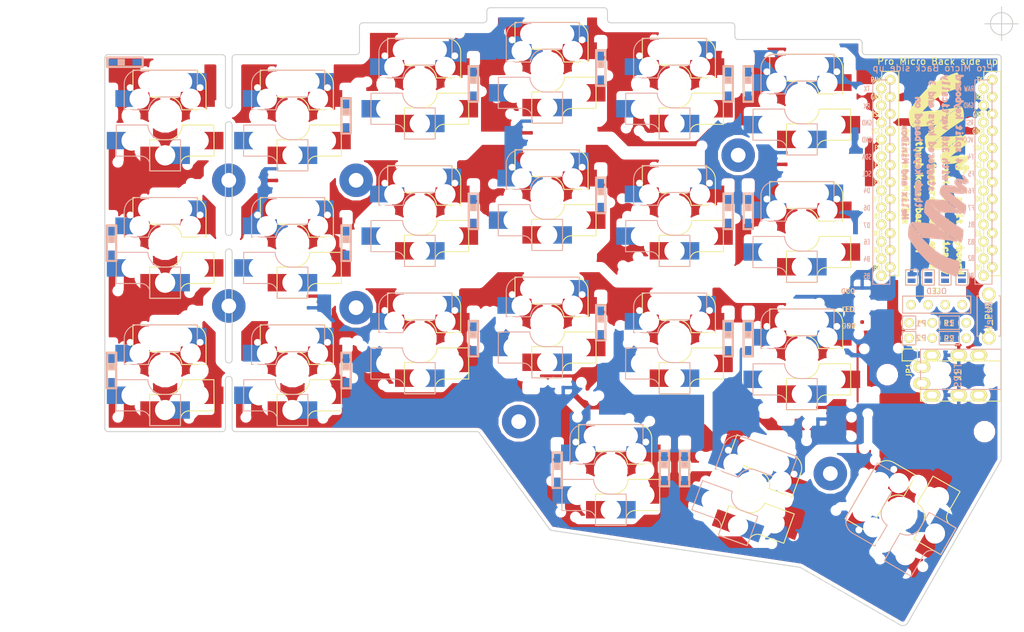
<source format=kicad_pcb>
(kicad_pcb (version 20171130) (host pcbnew "(5.0.0-3-g5ebb6b6)")
  (title_block (title Crkbd) (date 2018/08/10) (rev 2.0-mix) (company foostan))
  (layers (0 F.Cu signal) (31 B.Cu signal) (34 B.Paste user) (35 F.Paste user) (36 B.SilkS user hide) (37 F.SilkS user) (38 B.Mask user) (39 F.Mask user) (44 Edge.Cuts user))
  (net 0 "")
  (net 1 row0)
  (net 2 "Net-(D1-Pad2)")
  (net 3 row1)
  (net 4 "Net-(D2-Pad2)")
  (net 5 row2)
  (net 6 "Net-(D3-Pad2)")
  (net 7 row3)
  (net 8 "Net-(D4-Pad2)")
  (net 9 "Net-(D5-Pad2)")
  (net 10 "Net-(D6-Pad2)")
  (net 11 "Net-(D7-Pad2)")
  (net 12 "Net-(D8-Pad2)")
  (net 13 "Net-(D9-Pad2)")
  (net 14 "Net-(D10-Pad2)")
  (net 15 "Net-(D11-Pad2)")
  (net 16 "Net-(D12-Pad2)")
  (net 17 "Net-(D13-Pad2)")
  (net 18 "Net-(D14-Pad2)")
  (net 19 "Net-(D15-Pad2)")
  (net 20 "Net-(D16-Pad2)")
  (net 21 "Net-(D17-Pad2)")
  (net 22 "Net-(D18-Pad2)")
  (net 23 "Net-(D19-Pad2)")
  (net 24 "Net-(D20-Pad2)")
  (net 25 "Net-(D21-Pad2)")
  (net 26 GND)
  (net 27 VCC)
  (net 28 col0)
  (net 29 col1)
  (net 30 col2)
  (net 31 col3)
  (net 32 col4)
  (net 33 col5)
  (net 34 LED)
  (net 35 data)
  (net 36 reset)
  (net 37 SCL)
  (net 38 SDA)
  (net 39 "Net-(U1-Pad14)")
  (net 40 "Net-(U1-Pad13)")
  (net 41 "Net-(U1-Pad12)")
  (net 42 "Net-(U1-Pad11)")
  (net 43 "Net-(J2-Pad1)")
  (net 44 "Net-(J2-Pad2)")
  (net 45 "Net-(J2-Pad3)")
  (net 46 "Net-(J2-Pad4)")
  (net 47 "Net-(J1-PadA)")
  (net 48 "Net-(J1-PadB)")
  (net 49 "Net-(U1-Pad24)")
  (module kbd:R (layer F.Cu) (at 187 108 180)
    (fp_text reference R1 (at 0.05 -0.08 180) (layer F.SilkS) (effects (font (size 0.8128 0.8128))))
    (fp_text value R hide)
    (fp_text user R1 (at 0 -0.0635 180) (layer B.SilkS) (effects (font (size 0.8128 0.8128)) (justify mirror)))
    (pad 1 thru_hole circle (at -2.54 0 180) (size 1.397 1.397) (drill 0.8128) (layers *.Cu *.Mask F.SilkS) (net 27 VCC))
    (pad 2 thru_hole circle (at 2.54 0 180) (size 1.397 1.397) (drill 0.8128) (layers *.Cu *.Mask F.SilkS) (net 38 SDA))
  )
  (module kbd:R (layer F.Cu) (at 187 110.3 180)
    (fp_text reference R2 (at 0.05 -0.08 180) (layer F.SilkS) (effects (font (size 0.8128 0.8128))))
    (fp_text value R hide)
    (fp_text user R2 (at 0 -0.0635 180) (layer B.SilkS) (effects (font (size 0.8128 0.8128)) (justify mirror)))
    (pad 1 thru_hole circle (at -2.54 0 180) (size 1.397 1.397) (drill 0.8128) (layers *.Cu *.Mask F.SilkS) (net 27 VCC))
    (pad 2 thru_hole circle (at 2.54 0 180) (size 1.397 1.397) (drill 0.8128) (layers *.Cu *.Mask F.SilkS) (net 37 SCL))
  )
  (module kbd:Jumper (layer F.Cu) (at 188.875 101.25 270)
    (fp_text reference JP2 hide)
    (fp_text value " " (at -2.25 -0.125 270) (layer F.SilkS) (effects (font (size 0.8128 0.8128))))
    (pad 1 smd rect (at -0.50038 0 270) (size 0.635 1.143) (layers F.Cu F.Paste F.Mask) (net 26 GND) (clearance 0.1905))
    (pad 2 smd rect (at 0.50038 0 270) (size 0.635 1.143) (layers F.Cu F.Paste F.Mask) (net 46 "Net-(J2-Pad4)") (clearance 0.1905))
  )
  (module kbd:Jumper (layer F.Cu) (at 186.375 101.25 270)
    (fp_text reference JP3 hide)
    (fp_text value " " (at -2.25 0.125 270) (layer F.SilkS) (effects (font (size 0.8128 0.8128))))
    (pad 1 smd rect (at -0.50038 0 270) (size 0.635 1.143) (layers F.Cu F.Paste F.Mask) (net 27 VCC) (clearance 0.1905))
    (pad 2 smd rect (at 0.50038 0 270) (size 0.635 1.143) (layers F.Cu F.Paste F.Mask) (net 45 "Net-(J2-Pad3)") (clearance 0.1905))
  )
  (module kbd:Jumper (layer F.Cu) (at 183.875 101.25 270)
    (fp_text reference JP4 hide)
    (fp_text value " " (at -2.5 -0.125 270) (layer F.SilkS) (effects (font (size 0.8128 0.8128))))
    (pad 1 smd rect (at -0.50038 0 270) (size 0.635 1.143) (layers F.Cu F.Paste F.Mask) (net 37 SCL) (clearance 0.1905))
    (pad 2 smd rect (at 0.50038 0 270) (size 0.635 1.143) (layers F.Cu F.Paste F.Mask) (net 44 "Net-(J2-Pad2)") (clearance 0.1905))
  )
  (module kbd:Jumper (layer F.Cu) (at 181.375 101.25 270)
    (fp_text reference JP5 hide)
    (fp_text value " " (at -2.25 -0.125 270) (layer F.SilkS) (effects (font (size 0.8128 0.8128))))
    (pad 1 smd rect (at -0.50038 0 270) (size 0.635 1.143) (layers F.Cu F.Paste F.Mask) (net 38 SDA) (clearance 0.1905))
    (pad 2 smd rect (at 0.50038 0 270) (size 0.635 1.143) (layers F.Cu F.Paste F.Mask) (net 43 "Net-(J2-Pad1)") (clearance 0.1905))
  )
  (module kbd:Jumper (layer B.Cu) (at 188.875 101.25 270)
    (fp_text reference JP6 hide)
    (fp_text value " " (at -2.794 0 270) (layer B.SilkS) (effects (font (size 0.8128 0.8128)) (justify mirror)))
    (pad 1 smd rect (at -0.50038 0 270) (size 0.635 1.143) (layers B.Cu B.Paste B.Mask) (net 38 SDA) (clearance 0.1905))
    (pad 2 smd rect (at 0.50038 0 270) (size 0.635 1.143) (layers B.Cu B.Paste B.Mask) (net 46 "Net-(J2-Pad4)") (clearance 0.1905))
  )
  (module kbd:Jumper (layer B.Cu) (at 186.375 101.25 270)
    (fp_text reference JP7 hide)
    (fp_text value " " (at -2.794 0 270) (layer B.SilkS) (effects (font (size 0.8128 0.8128)) (justify mirror)))
    (pad 1 smd rect (at -0.50038 0 270) (size 0.635 1.143) (layers B.Cu B.Paste B.Mask) (net 37 SCL) (clearance 0.1905))
    (pad 2 smd rect (at 0.50038 0 270) (size 0.635 1.143) (layers B.Cu B.Paste B.Mask) (net 45 "Net-(J2-Pad3)") (clearance 0.1905))
  )
  (module kbd:Jumper (layer B.Cu) (at 183.875 101.25 270)
    (fp_text reference JP8 hide)
    (fp_text value " " (at -2.794 0 270) (layer B.SilkS) (effects (font (size 0.8128 0.8128)) (justify mirror)))
    (pad 1 smd rect (at -0.50038 0 270) (size 0.635 1.143) (layers B.Cu B.Paste B.Mask) (net 27 VCC) (clearance 0.1905))
    (pad 2 smd rect (at 0.50038 0 270) (size 0.635 1.143) (layers B.Cu B.Paste B.Mask) (net 44 "Net-(J2-Pad2)") (clearance 0.1905))
  )
  (module kbd:Jumper (layer B.Cu) (at 181.375 101.25 270)
    (fp_text reference JP9 hide)
    (fp_text value " " (at -2.794 0 270) (layer B.SilkS) (effects (font (size 0.8128 0.8128)) (justify mirror)))
    (pad 1 smd rect (at -0.50038 0 270) (size 0.635 1.143) (layers B.Cu B.Paste B.Mask) (net 26 GND) (clearance 0.1905))
    (pad 2 smd rect (at 0.50038 0 270) (size 0.635 1.143) (layers B.Cu B.Paste B.Mask) (net 43 "Net-(J2-Pad1)") (clearance 0.1905))
  )
  (module kbd:OLED (layer F.Cu) (at 181.3 105.3)
    (fp_text reference J2 (at 3.7 -2 180) (layer F.SilkS) (effects (font (size 0.8128 0.8128))))
    (fp_text value OLED hide)
    (pad 1 thru_hole circle (at 0 0) (size 1.397 1.397) (drill 0.8128) (layers *.Cu *.Mask F.SilkS) (net 43 "Net-(J2-Pad1)"))
    (pad 2 thru_hole circle (at 2.54 0) (size 1.397 1.397) (drill 0.8128) (layers *.Cu *.Mask F.SilkS) (net 44 "Net-(J2-Pad2)"))
    (pad 3 thru_hole circle (at 5.08 0) (size 1.397 1.397) (drill 0.8128) (layers *.Cu *.Mask F.SilkS) (net 45 "Net-(J2-Pad3)"))
    (pad 4 thru_hole circle (at 7.62 0) (size 1.397 1.397) (drill 0.8128) (layers *.Cu *.Mask F.SilkS) (net 46 "Net-(J2-Pad4)"))
  )
  (module kbd:ProMicro_v2 (layer F.Cu) (at 185.75 86.25)
    (fp_text reference U1 hide)
    (fp_text value ProMicro hide)
    (fp_text user RAW (at 4.191 -13.1445) (layer B.SilkS) (effects (font (size 0.75 0.5) (thickness 0.125)) (justify mirror)))
    (fp_text user TX (at -11.049 -13.1445) (layer B.SilkS) (effects (font (size 0.75 0.5) (thickness 0.125)) (justify mirror)))
    (fp_text user GND (at 4.1275 -10.668) (layer B.SilkS) (effects (font (size 0.75 0.5) (thickness 0.125)) (justify mirror)))
    (fp_text user RX (at -11.049 -10.541) (layer B.SilkS) (effects (font (size 0.75 0.5) (thickness 0.125)) (justify mirror)))
    (fp_text user RST (at 4.191 -8.0645) (layer B.SilkS) (effects (font (size 0.75 0.5) (thickness 0.125)) (justify mirror)))
    (fp_text user GND (at -11.049 -8.0645) (layer B.SilkS) (effects (font (size 0.75 0.5) (thickness 0.125)) (justify mirror)))
    (fp_text user VCC (at 4.1275 -5.5245) (layer B.SilkS) (effects (font (size 0.75 0.5) (thickness 0.125)) (justify mirror)))
    (fp_text user GND (at -11.049 -5.5245) (layer B.SilkS) (effects (font (size 0.75 0.5) (thickness 0.125)) (justify mirror)))
    (fp_text user F7 (at 4.5085 4.6355) (layer B.SilkS) (effects (font (size 0.75 0.5) (thickness 0.125)) (justify mirror)))
    (fp_text user D4 (at -11.049 2.032) (layer B.SilkS) (effects (font (size 0.75 0.5) (thickness 0.125)) (justify mirror)))
    (fp_text user F6 (at 4.5085 2.0955) (layer B.SilkS) (effects (font (size 0.75 0.5) (thickness 0.125)) (justify mirror)))
    (fp_text user SCL (at -11.049 -0.4445) (layer B.SilkS) (effects (font (size 0.75 0.5) (thickness 0.125)) (justify mirror)))
    (fp_text user F5 (at 4.5085 -0.4445) (layer B.SilkS) (effects (font (size 0.75 0.5) (thickness 0.125)) (justify mirror)))
    (fp_text user SDA (at -11.049 -2.9845) (layer B.SilkS) (effects (font (size 0.75 0.5) (thickness 0.125)) (justify mirror)))
    (fp_text user F4 (at 4.445 -2.9845) (layer B.SilkS) (effects (font (size 0.75 0.5) (thickness 0.125)) (justify mirror)))
    (fp_text user B6 (at 4.445 14.732) (layer B.SilkS) (effects (font (size 0.75 0.5) (thickness 0.125)) (justify mirror)))
    (fp_text user B5 (at -11.049 14.7955) (layer B.SilkS) (effects (font (size 0.75 0.5) (thickness 0.125)) (justify mirror)))
    (fp_text user B4 (at -11.049 12.2555) (layer B.SilkS) (effects (font (size 0.75 0.5) (thickness 0.125)) (justify mirror)))
    (fp_text user B2 (at 4.5085 12.1285) (layer B.SilkS) (effects (font (size 0.75 0.5) (thickness 0.125)) (justify mirror)))
    (fp_text user E6 (at -11.049 9.7155) (layer B.SilkS) (effects (font (size 0.75 0.5) (thickness 0.125)) (justify mirror)))
    (fp_text user B3 (at 4.5085 9.7155) (layer B.SilkS) (effects (font (size 0.75 0.5) (thickness 0.125)) (justify mirror)))
    (fp_text user D7 (at -11.049 7.239) (layer B.SilkS) (effects (font (size 0.75 0.5) (thickness 0.125)) (justify mirror)))
    (fp_text user B1 (at 4.5085 7.112) (layer B.SilkS) (effects (font (size 0.75 0.5) (thickness 0.125)) (justify mirror)))
    (fp_text user D6 (at -11.049 4.6355) (layer B.SilkS) (effects (font (size 0.75 0.5) (thickness 0.125)) (justify mirror)))
    (fp_text user D6 (at 5.6515 3.302) (layer F.SilkS) (effects (font (size 0.75 0.5) (thickness 0.125))))
    (fp_text user B1 (at -9.4615 5.842) (layer F.SilkS) (effects (font (size 0.75 0.5) (thickness 0.125))))
    (fp_text user D7 (at 5.6515 5.9055) (layer F.SilkS) (effects (font (size 0.75 0.5) (thickness 0.125))))
    (fp_text user B3 (at -9.525 8.4455) (layer F.SilkS) (effects (font (size 0.75 0.5) (thickness 0.125))))
    (fp_text user E6 (at 5.588 8.4455) (layer F.SilkS) (effects (font (size 0.75 0.5) (thickness 0.125))))
    (fp_text user B2 (at -9.525 10.922) (layer F.SilkS) (effects (font (size 0.75 0.5) (thickness 0.125))))
    (fp_text user B4 (at 5.6515 10.922) (layer F.SilkS) (effects (font (size 0.75 0.5) (thickness 0.125))))
    (fp_text user B5 (at 5.6515 13.5255) (layer F.SilkS) (effects (font (size 0.75 0.5) (thickness 0.125))))
    (fp_text user B6 (at -9.525 13.5255) (layer F.SilkS) (effects (font (size 0.75 0.5) (thickness 0.125))))
    (fp_text user F4 (at -9.4615 -4.318) (layer F.SilkS) (effects (font (size 0.75 0.5) (thickness 0.125))))
    (fp_text user SDA (at 5.461 -4.318) (layer F.SilkS) (effects (font (size 0.75 0.5) (thickness 0.125))))
    (fp_text user F5 (at -9.4615 -1.778) (layer F.SilkS) (effects (font (size 0.75 0.5) (thickness 0.125))))
    (fp_text user SCL (at 5.461 -1.778) (layer F.SilkS) (effects (font (size 0.75 0.5) (thickness 0.125))))
    (fp_text user F6 (at -9.525 0.762) (layer F.SilkS) (effects (font (size 0.75 0.5) (thickness 0.125))))
    (fp_text user D4 (at 5.588 0.8255) (layer F.SilkS) (effects (font (size 0.75 0.5) (thickness 0.125))))
    (fp_text user F7 (at -9.525 3.3655) (layer F.SilkS) (effects (font (size 0.75 0.5) (thickness 0.125))))
    (fp_text user GND (at 5.461 -6.7945) (layer F.SilkS) (effects (font (size 0.75 0.5) (thickness 0.125))))
    (fp_text user VCC (at -9.7155 -6.858) (layer F.SilkS) (effects (font (size 0.75 0.5) (thickness 0.125))))
    (fp_text user GND (at 5.5245 -9.3345) (layer F.SilkS) (effects (font (size 0.75 0.5) (thickness 0.125))))
    (fp_text user RST (at -9.7155 -9.3345) (layer F.SilkS) (effects (font (size 0.75 0.5) (thickness 0.125))))
    (fp_text user RX (at 5.715 -11.938) (layer F.SilkS) (effects (font (size 0.75 0.5) (thickness 0.125))))
    (fp_text user GND (at -9.7155 -11.938) (layer F.SilkS) (effects (font (size 0.75 0.5) (thickness 0.125))))
    (fp_text user TX (at 5.7785 -14.478) (layer F.SilkS) (effects (font (size 0.75 0.5) (thickness 0.125))))
    (fp_text user RAW (at -9.7155 -14.478) (layer F.SilkS) (effects (font (size 0.75 0.5) (thickness 0.125))))
    (fp_text user "Pro Micro Back side up" (at -1.2065 -16.256) (layer B.SilkS) (effects (justify mirror)))
    (fp_text user "Pro Micro Back side up" (at -0.5 -17.25) (layer F.SilkS))
    (pad 24 thru_hole circle (at -7.5636 -14.478) (size 1.524 1.524) (drill 0.8128) (layers *.Cu *.Mask F.SilkS) (net 49 "Net-(U1-Pad24)"))
    (pad 23 thru_hole circle (at -7.5636 -11.938) (size 1.524 1.524) (drill 0.8128) (layers *.Cu *.Mask F.SilkS) (net 26 GND))
    (pad 22 thru_hole circle (at -7.5636 -9.398) (size 1.524 1.524) (drill 0.8128) (layers *.Cu *.Mask F.SilkS) (net 36 reset))
    (pad 21 thru_hole circle (at -7.5636 -6.858) (size 1.524 1.524) (drill 0.8128) (layers *.Cu *.Mask F.SilkS) (net 27 VCC))
    (pad 20 thru_hole circle (at -7.5636 -4.318) (size 1.524 1.524) (drill 0.8128) (layers *.Cu *.Mask F.SilkS) (net 28 col0))
    (pad 19 thru_hole circle (at -7.5636 -1.778) (size 1.524 1.524) (drill 0.8128) (layers *.Cu *.Mask F.SilkS) (net 29 col1))
    (pad 18 thru_hole circle (at -7.5636 0.762) (size 1.524 1.524) (drill 0.8128) (layers *.Cu *.Mask F.SilkS) (net 30 col2))
    (pad 17 thru_hole circle (at -7.5636 3.302) (size 1.524 1.524) (drill 0.8128) (layers *.Cu *.Mask F.SilkS) (net 31 col3))
    (pad 16 thru_hole circle (at -7.5636 5.842) (size 1.524 1.524) (drill 0.8128) (layers *.Cu *.Mask F.SilkS) (net 32 col4))
    (pad 15 thru_hole circle (at -7.5636 8.382) (size 1.524 1.524) (drill 0.8128) (layers *.Cu *.Mask F.SilkS) (net 33 col5))
    (pad 14 thru_hole circle (at -7.5636 10.922) (size 1.524 1.524) (drill 0.8128) (layers *.Cu *.Mask F.SilkS) (net 39 "Net-(U1-Pad14)"))
    (pad 13 thru_hole circle (at -7.5636 13.462) (size 1.524 1.524) (drill 0.8128) (layers *.Cu *.Mask F.SilkS) (net 40 "Net-(U1-Pad13)"))
    (pad 12 thru_hole circle (at 7.6564 13.462) (size 1.524 1.524) (drill 0.8128) (layers *.Cu *.Mask F.SilkS) (net 41 "Net-(U1-Pad12)"))
    (pad 11 thru_hole circle (at 7.6564 10.922) (size 1.524 1.524) (drill 0.8128) (layers *.Cu *.Mask F.SilkS) (net 42 "Net-(U1-Pad11)"))
    (pad 10 thru_hole circle (at 7.6564 8.382) (size 1.524 1.524) (drill 0.8128) (layers *.Cu *.Mask F.SilkS) (net 7 row3))
    (pad 9 thru_hole circle (at 7.6564 5.842) (size 1.524 1.524) (drill 0.8128) (layers *.Cu *.Mask F.SilkS) (net 5 row2))
    (pad 8 thru_hole circle (at 7.6564 3.302) (size 1.524 1.524) (drill 0.8128) (layers *.Cu *.Mask F.SilkS) (net 3 row1))
    (pad 7 thru_hole circle (at 7.6564 0.762) (size 1.524 1.524) (drill 0.8128) (layers *.Cu *.Mask F.SilkS) (net 1 row0))
    (pad 6 thru_hole circle (at 7.6564 -1.778) (size 1.524 1.524) (drill 0.8128) (layers *.Cu *.Mask F.SilkS) (net 37 SCL))
    (pad 5 thru_hole circle (at 7.6564 -4.318) (size 1.524 1.524) (drill 0.8128) (layers *.Cu *.Mask F.SilkS) (net 38 SDA))
    (pad 4 thru_hole circle (at 7.6564 -6.858) (size 1.524 1.524) (drill 0.8128) (layers *.Cu *.Mask F.SilkS) (net 26 GND))
    (pad 3 thru_hole circle (at 7.6564 -9.398) (size 1.524 1.524) (drill 0.8128) (layers *.Cu *.Mask F.SilkS) (net 26 GND))
    (pad 2 thru_hole circle (at 7.6564 -11.938) (size 1.524 1.524) (drill 0.8128) (layers *.Cu *.Mask F.SilkS) (net 35 data))
    (pad 1 thru_hole circle (at 7.6564 -14.478) (size 1.524 1.524) (drill 0.8128) (layers *.Cu *.Mask F.SilkS) (net 34 LED))
    (pad 1 thru_hole circle (at -8.89 -13.208) (size 1.524 1.524) (drill 0.8128) (layers *.Cu *.Mask F.SilkS) (net 34 LED))
    (pad 2 thru_hole circle (at -8.89 -10.668) (size 1.524 1.524) (drill 0.8128) (layers *.Cu *.Mask F.SilkS) (net 35 data))
    (pad 3 thru_hole circle (at -8.89 -8.128) (size 1.524 1.524) (drill 0.8128) (layers *.Cu *.Mask F.SilkS) (net 26 GND))
    (pad 4 thru_hole circle (at -8.89 -5.588) (size 1.524 1.524) (drill 0.8128) (layers *.Cu *.Mask F.SilkS) (net 26 GND))
    (pad 5 thru_hole circle (at -8.89 -3.048) (size 1.524 1.524) (drill 0.8128) (layers *.Cu *.Mask F.SilkS) (net 38 SDA))
    (pad 6 thru_hole circle (at -8.89 -0.508) (size 1.524 1.524) (drill 0.8128) (layers *.Cu *.Mask F.SilkS) (net 37 SCL))
    (pad 7 thru_hole circle (at -8.89 2.032) (size 1.524 1.524) (drill 0.8128) (layers *.Cu *.Mask F.SilkS) (net 1 row0))
    (pad 8 thru_hole circle (at -8.89 4.572) (size 1.524 1.524) (drill 0.8128) (layers *.Cu *.Mask F.SilkS) (net 3 row1))
    (pad 9 thru_hole circle (at -8.89 7.112) (size 1.524 1.524) (drill 0.8128) (layers *.Cu *.Mask F.SilkS) (net 5 row2))
    (pad 10 thru_hole circle (at -8.89 9.652) (size 1.524 1.524) (drill 0.8128) (layers *.Cu *.Mask F.SilkS) (net 7 row3))
    (pad 11 thru_hole circle (at -8.89 12.192) (size 1.524 1.524) (drill 0.8128) (layers *.Cu *.Mask F.SilkS) (net 42 "Net-(U1-Pad11)"))
    (pad 12 thru_hole circle (at -8.89 14.732) (size 1.524 1.524) (drill 0.8128) (layers *.Cu *.Mask F.SilkS) (net 41 "Net-(U1-Pad12)"))
    (pad 13 thru_hole circle (at 6.35 14.732) (size 1.524 1.524) (drill 0.8128) (layers *.Cu *.Mask F.SilkS) (net 40 "Net-(U1-Pad13)"))
    (pad 14 thru_hole circle (at 6.35 12.192) (size 1.524 1.524) (drill 0.8128) (layers *.Cu *.Mask F.SilkS) (net 39 "Net-(U1-Pad14)"))
    (pad 15 thru_hole circle (at 6.35 9.652) (size 1.524 1.524) (drill 0.8128) (layers *.Cu *.Mask F.SilkS) (net 33 col5))
    (pad 16 thru_hole circle (at 6.35 7.112) (size 1.524 1.524) (drill 0.8128) (layers *.Cu *.Mask F.SilkS) (net 32 col4))
    (pad 17 thru_hole circle (at 6.35 4.572) (size 1.524 1.524) (drill 0.8128) (layers *.Cu *.Mask F.SilkS) (net 31 col3))
    (pad 18 thru_hole circle (at 6.35 2.032) (size 1.524 1.524) (drill 0.8128) (layers *.Cu *.Mask F.SilkS) (net 30 col2))
    (pad 19 thru_hole circle (at 6.35 -0.508) (size 1.524 1.524) (drill 0.8128) (layers *.Cu *.Mask F.SilkS) (net 29 col1))
    (pad 20 thru_hole circle (at 6.35 -3.048) (size 1.524 1.524) (drill 0.8128) (layers *.Cu *.Mask F.SilkS) (net 28 col0))
    (pad 21 thru_hole circle (at 6.35 -5.588) (size 1.524 1.524) (drill 0.8128) (layers *.Cu *.Mask F.SilkS) (net 27 VCC))
    (pad 22 thru_hole circle (at 6.35 -8.128) (size 1.524 1.524) (drill 0.8128) (layers *.Cu *.Mask F.SilkS) (net 36 reset))
    (pad 23 thru_hole circle (at 6.35 -10.668) (size 1.524 1.524) (drill 0.8128) (layers *.Cu *.Mask F.SilkS) (net 26 GND))
    (pad 24 thru_hole circle (at 6.35 -13.208) (size 1.524 1.524) (drill 0.8128) (layers *.Cu *.Mask F.SilkS) (net 49 "Net-(U1-Pad24)"))
  )
  (module kbd:LEGO_HOLE (layer F.Cu) (at 79.5 105.5)
    (fp_text reference "" (at 0 -3.2) (layer F.SilkS))
    (fp_text value "")
    (pad "" thru_hole circle (at 0 0) (size 5 5) (drill 2.2) (layers *.Cu *.Mask))
  )
  (module kbd:LEGO_HOLE (layer F.Cu) (at 177.75 115.75)
    (fp_text reference "" (at 0 -3.2) (layer F.SilkS))
    (fp_text value "")
    (pad "" np_thru_hole circle (at 0 0) (size 2.2 2.2) (drill 2.2) (layers *.Cu *.Mask))
  )
  (module kbd:LEGO_HOLE (layer F.Cu) (at 192.25 124.25)
    (fp_text reference "" (at 0 -3.2) (layer F.SilkS))
    (fp_text value "")
    (pad "" np_thru_hole circle (at 0 0) (size 2.2 2.2) (drill 2.2) (layers *.Cu *.Mask))
  )
  (module kbd:LEGO_HOLE (layer F.Cu) (at 79.5 86.75)
    (fp_text reference "" (at 0 -3.2) (layer F.SilkS))
    (fp_text value "")
    (pad "" thru_hole circle (at 0 0) (size 5 5) (drill 2.2) (layers *.Cu *.Mask))
  )
  (module kbd:LEGO_HOLE (layer F.Cu) (at 98.5 86.75)
    (fp_text reference "" (at 0 -3.2) (layer F.SilkS))
    (fp_text value "")
    (pad "" thru_hole circle (at 0 0) (size 5 5) (drill 2.2) (layers *.Cu *.Mask))
  )
  (module kbd:LEGO_HOLE (layer F.Cu) (at 98.5 105.75)
    (fp_text reference "" (at 0 -3.2) (layer F.SilkS))
    (fp_text value "")
    (pad "" thru_hole circle (at 0 0) (size 5 5) (drill 2.2) (layers *.Cu *.Mask))
  )
  (module kbd:LEGO_HOLE (layer F.Cu) (at 155.5 83)
    (fp_text reference "" (at 0 -3.2) (layer F.SilkS))
    (fp_text value "")
    (pad "" thru_hole circle (at 0 0) (size 5 5) (drill 2.2) (layers *.Cu *.Mask))
  )
  (module kbd:LEGO_HOLE (layer F.Cu) (at 122.75 122.75)
    (fp_text reference "" (at 0 -3.2) (layer F.SilkS))
    (fp_text value "")
    (pad "" thru_hole circle (at 0 0) (size 5 5) (drill 2.2) (layers *.Cu *.Mask))
  )
  (module kbd:LEGO_HOLE (layer F.Cu) (at 169.25 130.5)
    (fp_text reference "" (at 0 -3.2) (layer F.SilkS))
    (fp_text value "")
    (pad "" thru_hole circle (at 0 0) (size 5 5) (drill 2.2) (layers *.Cu *.Mask))
  )
  (module kbd:1pin_conn (layer F.Cu) (at 181 108)
    (fp_text reference P1 (at 1.9 0.1) (layer F.SilkS) (effects (font (size 0.8128 0.8128))))
    (fp_text value i2c-pin hide)
    (fp_text user P1 (at 1.8 0.1) (layer B.SilkS) (effects (font (size 0.8128 0.8128)) (justify mirror)))
    (pad 1 thru_hole circle (at 0 0) (size 1.397 1.397) (drill 0.8128) (layers *.Cu *.Mask F.SilkS) (net 47 "Net-(J1-PadA)"))
  )
  (module kbd:1pin_conn (layer F.Cu) (at 181 110.3)
    (fp_text reference P2 (at 1.8 0) (layer F.SilkS) (effects (font (size 0.8128 0.8128))))
    (fp_text value i2c-pin hide)
    (fp_text user P2 (at 1.8 0) (layer B.SilkS) (effects (font (size 0.8128 0.8128)) (justify mirror)))
    (pad 1 thru_hole circle (at 0 0) (size 1.397 1.397) (drill 0.8128) (layers *.Cu *.Mask F.SilkS) (net 48 "Net-(J1-PadB)"))
  )
  (module kbd:ResetSW (layer F.Cu) (at 192.9 107 90)
    (fp_text reference RSW1 hide)
    (fp_text value SW_PUSH (at 0 0 90) (layer F.SilkS))
    (fp_text user Reset (at 0.127 0 90) (layer B.SilkS) (effects (justify mirror)))
    (pad 1 thru_hole circle (at 3.25 0 90) (size 2 2) (drill 1.3) (layers *.Cu *.Mask F.SilkS) (net 36 reset))
    (pad 2 thru_hole circle (at -3.25 0 90) (size 2 2) (drill 1.3) (layers *.Cu *.Mask F.SilkS) (net 26 GND))
  )
  (module kbd:MJ-4PP-9 (layer F.Cu) (at 194.7 116.7 270)
    (fp_text reference J1 (at -0.889 6.4135 270) (layer F.SilkS))
    (fp_text value MJ-4PP-9 hide)
    (fp_text user TRRS (at -0.8255 6.4135 270) (layer B.SilkS) (effects (justify mirror)))
    (pad "" np_thru_hole circle (at -1.75 8.5 270) (size 1.2 1.2) (drill 1.2) (layers *.Cu *.Mask F.SilkS))
    (pad "" np_thru_hole circle (at -1.75 1.5 270) (size 1.2 1.2) (drill 1.2) (layers *.Cu *.Mask F.SilkS))
    (pad D thru_hole oval (at -3.85 10.3 270) (size 1.7 2.5) (drill oval 1 1.5) (layers *.Cu *.Mask F.SilkS) (net 27 VCC) (clearance 0.15))
    (pad A thru_hole oval (at 0.35 11.8 270) (size 1.7 2.5) (drill oval 1 1.5) (layers *.Cu *.Mask F.SilkS) (net 47 "Net-(J1-PadA)") (clearance 0.15))
    (pad B thru_hole oval (at -3.85 3.3 270) (size 1.7 2.5) (drill oval 1 1.5) (layers *.Cu *.Mask F.SilkS) (net 48 "Net-(J1-PadB)"))
    (pad C thru_hole oval (at -3.85 6.3 270) (size 1.7 2.5) (drill oval 1 1.5) (layers *.Cu *.Mask F.SilkS) (net 26 GND))
    (pad "" np_thru_hole circle (at 0 1.5 270) (size 1.2 1.2) (drill 1.2) (layers *.Cu *.Mask F.SilkS))
    (pad "" np_thru_hole circle (at 0 8.5 270) (size 1.2 1.2) (drill 1.2) (layers *.Cu *.Mask F.SilkS))
    (pad B thru_hole oval (at 2.1 3.3 270) (size 1.7 2.5) (drill oval 1 1.5) (layers *.Cu *.Mask F.SilkS) (net 48 "Net-(J1-PadB)"))
    (pad C thru_hole oval (at 2.1 6.3 270) (size 1.7 2.5) (drill oval 1 1.5) (layers *.Cu *.Mask F.SilkS) (net 26 GND))
    (pad D thru_hole oval (at 2.1 10.3 270) (size 1.7 2.5) (drill oval 1 1.5) (layers *.Cu *.Mask F.SilkS) (net 27 VCC) (clearance 0.15))
    (pad A thru_hole oval (at -2.1 11.8 270) (size 1.7 2.5) (drill oval 1 1.5) (layers *.Cu *.Mask F.SilkS) (net 47 "Net-(J1-PadA)") (clearance 0.15))
  )
  (module kbd:corne_logo_text (layer B.Cu) (at 184.1 85.9)
    (fp_text reference G*** hide)
    (fp_text value LOGO hide)
  )
  (module kbd:corne_logo_text (layer F.Cu) (at 184.2 85.9)
    (fp_text reference G*** hide)
    (fp_text value LOGO hide)
  )
  (module kbd:D3_SMD (layer F.Cu) (at 64 69.125)
    (fp_text reference D1 hide)
    (fp_text value D hide)
    (pad 1 smd rect (at -1.775 0) (size 1.3 0.95) (layers F.Cu F.Paste F.Mask) (net 1 row0))
    (pad 2 smd rect (at 1.775 0) (size 1.3 0.95) (layers B.Cu B.Paste B.Mask) (net 2 "Net-(D1-Pad2)"))
    (pad 1 smd rect (at -1.775 0) (size 1.3 0.95) (layers B.Cu B.Paste B.Mask) (net 1 row0))
    (pad 2 smd rect (at 1.775 0) (size 1.3 0.95) (layers F.Cu F.Paste F.Mask) (net 2 "Net-(D1-Pad2)"))
  )
  (module kbd:D3_SMD (layer F.Cu) (at 97 77.125 270)
    (fp_text reference D2 hide)
    (fp_text value D hide)
    (pad 1 smd rect (at -1.775 0 270) (size 1.3 0.95) (layers F.Cu F.Paste F.Mask) (net 1 row0))
    (pad 2 smd rect (at 1.775 0 270) (size 1.3 0.95) (layers B.Cu B.Paste B.Mask) (net 4 "Net-(D2-Pad2)"))
    (pad 1 smd rect (at -1.775 0 270) (size 1.3 0.95) (layers B.Cu B.Paste B.Mask) (net 1 row0))
    (pad 2 smd rect (at 1.775 0 270) (size 1.3 0.95) (layers F.Cu F.Paste F.Mask) (net 4 "Net-(D2-Pad2)"))
  )
  (module kbd:D3_SMD (layer F.Cu) (at 116 72.375 270)
    (fp_text reference D3 hide)
    (fp_text value D hide)
    (pad 1 smd rect (at -1.775 0 270) (size 1.3 0.95) (layers F.Cu F.Paste F.Mask) (net 1 row0))
    (pad 2 smd rect (at 1.775 0 270) (size 1.3 0.95) (layers B.Cu B.Paste B.Mask) (net 6 "Net-(D3-Pad2)"))
    (pad 1 smd rect (at -1.775 0 270) (size 1.3 0.95) (layers B.Cu B.Paste B.Mask) (net 1 row0))
    (pad 2 smd rect (at 1.775 0 270) (size 1.3 0.95) (layers F.Cu F.Paste F.Mask) (net 6 "Net-(D3-Pad2)"))
  )
  (module kbd:D3_SMD (layer F.Cu) (at 135 70 270)
    (fp_text reference D4 hide)
    (fp_text value D hide)
    (pad 1 smd rect (at -1.775 0 270) (size 1.3 0.95) (layers F.Cu F.Paste F.Mask) (net 1 row0))
    (pad 2 smd rect (at 1.775 0 270) (size 1.3 0.95) (layers B.Cu B.Paste B.Mask) (net 8 "Net-(D4-Pad2)"))
    (pad 1 smd rect (at -1.775 0 270) (size 1.3 0.95) (layers B.Cu B.Paste B.Mask) (net 1 row0))
    (pad 2 smd rect (at 1.775 0 270) (size 1.3 0.95) (layers F.Cu F.Paste F.Mask) (net 8 "Net-(D4-Pad2)"))
  )
  (module kbd:D3_SMD (layer F.Cu) (at 154 72.375 270)
    (fp_text reference D5 hide)
    (fp_text value D hide)
    (pad 1 smd rect (at -1.775 0 270) (size 1.3 0.95) (layers F.Cu F.Paste F.Mask) (net 1 row0))
    (pad 2 smd rect (at 1.775 0 270) (size 1.3 0.95) (layers B.Cu B.Paste B.Mask) (net 9 "Net-(D5-Pad2)"))
    (pad 1 smd rect (at -1.775 0 270) (size 1.3 0.95) (layers B.Cu B.Paste B.Mask) (net 1 row0))
    (pad 2 smd rect (at 1.775 0 270) (size 1.3 0.95) (layers F.Cu F.Paste F.Mask) (net 9 "Net-(D5-Pad2)"))
  )
  (module kbd:D3_SMD (layer F.Cu) (at 157 72.375 270)
    (fp_text reference D6 hide)
    (fp_text value D hide)
    (pad 1 smd rect (at -1.775 0 270) (size 1.3 0.95) (layers F.Cu F.Paste F.Mask) (net 1 row0))
    (pad 2 smd rect (at 1.775 0 270) (size 1.3 0.95) (layers B.Cu B.Paste B.Mask) (net 10 "Net-(D6-Pad2)"))
    (pad 1 smd rect (at -1.775 0 270) (size 1.3 0.95) (layers B.Cu B.Paste B.Mask) (net 1 row0))
    (pad 2 smd rect (at 1.775 0 270) (size 1.3 0.95) (layers F.Cu F.Paste F.Mask) (net 10 "Net-(D6-Pad2)"))
  )
  (module kbd:D3_SMD (layer F.Cu) (at 62 96.125 270)
    (fp_text reference D7 hide)
    (fp_text value D hide)
    (pad 1 smd rect (at -1.775 0 270) (size 1.3 0.95) (layers F.Cu F.Paste F.Mask) (net 3 row1))
    (pad 2 smd rect (at 1.775 0 270) (size 1.3 0.95) (layers B.Cu B.Paste B.Mask) (net 11 "Net-(D7-Pad2)"))
    (pad 1 smd rect (at -1.775 0 270) (size 1.3 0.95) (layers B.Cu B.Paste B.Mask) (net 3 row1))
    (pad 2 smd rect (at 1.775 0 270) (size 1.3 0.95) (layers F.Cu F.Paste F.Mask) (net 11 "Net-(D7-Pad2)"))
  )
  (module kbd:D3_SMD (layer F.Cu) (at 97 96.125 270)
    (fp_text reference D8 hide)
    (fp_text value D hide)
    (pad 1 smd rect (at -1.775 0 270) (size 1.3 0.95) (layers F.Cu F.Paste F.Mask) (net 3 row1))
    (pad 2 smd rect (at 1.775 0 270) (size 1.3 0.95) (layers B.Cu B.Paste B.Mask) (net 12 "Net-(D8-Pad2)"))
    (pad 1 smd rect (at -1.775 0 270) (size 1.3 0.95) (layers B.Cu B.Paste B.Mask) (net 3 row1))
    (pad 2 smd rect (at 1.775 0 270) (size 1.3 0.95) (layers F.Cu F.Paste F.Mask) (net 12 "Net-(D8-Pad2)"))
  )
  (module kbd:D3_SMD (layer F.Cu) (at 116 91.375 270)
    (fp_text reference D9 hide)
    (fp_text value D hide)
    (pad 1 smd rect (at -1.775 0 270) (size 1.3 0.95) (layers F.Cu F.Paste F.Mask) (net 3 row1))
    (pad 2 smd rect (at 1.775 0 270) (size 1.3 0.95) (layers B.Cu B.Paste B.Mask) (net 13 "Net-(D9-Pad2)"))
    (pad 1 smd rect (at -1.775 0 270) (size 1.3 0.95) (layers B.Cu B.Paste B.Mask) (net 3 row1))
    (pad 2 smd rect (at 1.775 0 270) (size 1.3 0.95) (layers F.Cu F.Paste F.Mask) (net 13 "Net-(D9-Pad2)"))
  )
  (module kbd:D3_SMD (layer F.Cu) (at 135 89 270)
    (fp_text reference D10 hide)
    (fp_text value D hide)
    (pad 1 smd rect (at -1.775 0 270) (size 1.3 0.95) (layers F.Cu F.Paste F.Mask) (net 3 row1))
    (pad 2 smd rect (at 1.775 0 270) (size 1.3 0.95) (layers B.Cu B.Paste B.Mask) (net 14 "Net-(D10-Pad2)"))
    (pad 1 smd rect (at -1.775 0 270) (size 1.3 0.95) (layers B.Cu B.Paste B.Mask) (net 3 row1))
    (pad 2 smd rect (at 1.775 0 270) (size 1.3 0.95) (layers F.Cu F.Paste F.Mask) (net 14 "Net-(D10-Pad2)"))
  )
  (module kbd:D3_SMD (layer F.Cu) (at 154 91.375 270)
    (fp_text reference D11 hide)
    (fp_text value D hide)
    (pad 1 smd rect (at -1.775 0 270) (size 1.3 0.95) (layers F.Cu F.Paste F.Mask) (net 3 row1))
    (pad 2 smd rect (at 1.775 0 270) (size 1.3 0.95) (layers B.Cu B.Paste B.Mask) (net 15 "Net-(D11-Pad2)"))
    (pad 1 smd rect (at -1.775 0 270) (size 1.3 0.95) (layers B.Cu B.Paste B.Mask) (net 3 row1))
    (pad 2 smd rect (at 1.775 0 270) (size 1.3 0.95) (layers F.Cu F.Paste F.Mask) (net 15 "Net-(D11-Pad2)"))
  )
  (module kbd:D3_SMD (layer F.Cu) (at 157 91.375 270)
    (fp_text reference D12 hide)
    (fp_text value D hide)
    (pad 1 smd rect (at -1.775 0 270) (size 1.3 0.95) (layers F.Cu F.Paste F.Mask) (net 3 row1))
    (pad 2 smd rect (at 1.775 0 270) (size 1.3 0.95) (layers B.Cu B.Paste B.Mask) (net 16 "Net-(D12-Pad2)"))
    (pad 1 smd rect (at -1.775 0 270) (size 1.3 0.95) (layers B.Cu B.Paste B.Mask) (net 3 row1))
    (pad 2 smd rect (at 1.775 0 270) (size 1.3 0.95) (layers F.Cu F.Paste F.Mask) (net 16 "Net-(D12-Pad2)"))
  )
  (module kbd:D3_SMD (layer F.Cu) (at 62 115.125 270)
    (fp_text reference D13 hide)
    (fp_text value D hide)
    (pad 1 smd rect (at -1.775 0 270) (size 1.3 0.95) (layers F.Cu F.Paste F.Mask) (net 5 row2))
    (pad 2 smd rect (at 1.775 0 270) (size 1.3 0.95) (layers B.Cu B.Paste B.Mask) (net 17 "Net-(D13-Pad2)"))
    (pad 1 smd rect (at -1.775 0 270) (size 1.3 0.95) (layers B.Cu B.Paste B.Mask) (net 5 row2))
    (pad 2 smd rect (at 1.775 0 270) (size 1.3 0.95) (layers F.Cu F.Paste F.Mask) (net 17 "Net-(D13-Pad2)"))
  )
  (module kbd:D3_SMD (layer F.Cu) (at 97 115.125 270)
    (fp_text reference D14 hide)
    (fp_text value D hide)
    (pad 1 smd rect (at -1.775 0 270) (size 1.3 0.95) (layers F.Cu F.Paste F.Mask) (net 5 row2))
    (pad 2 smd rect (at 1.775 0 270) (size 1.3 0.95) (layers B.Cu B.Paste B.Mask) (net 18 "Net-(D14-Pad2)"))
    (pad 1 smd rect (at -1.775 0 270) (size 1.3 0.95) (layers B.Cu B.Paste B.Mask) (net 5 row2))
    (pad 2 smd rect (at 1.775 0 270) (size 1.3 0.95) (layers F.Cu F.Paste F.Mask) (net 18 "Net-(D14-Pad2)"))
  )
  (module kbd:D3_SMD (layer F.Cu) (at 116 110.375 270)
    (fp_text reference D15 hide)
    (fp_text value D hide)
    (pad 1 smd rect (at -1.775 0 270) (size 1.3 0.95) (layers F.Cu F.Paste F.Mask) (net 5 row2))
    (pad 2 smd rect (at 1.775 0 270) (size 1.3 0.95) (layers B.Cu B.Paste B.Mask) (net 19 "Net-(D15-Pad2)"))
    (pad 1 smd rect (at -1.775 0 270) (size 1.3 0.95) (layers B.Cu B.Paste B.Mask) (net 5 row2))
    (pad 2 smd rect (at 1.775 0 270) (size 1.3 0.95) (layers F.Cu F.Paste F.Mask) (net 19 "Net-(D15-Pad2)"))
  )
  (module kbd:D3_SMD (layer F.Cu) (at 135 108 270)
    (fp_text reference D16 hide)
    (fp_text value D hide)
    (pad 1 smd rect (at -1.775 0 270) (size 1.3 0.95) (layers F.Cu F.Paste F.Mask) (net 5 row2))
    (pad 2 smd rect (at 1.775 0 270) (size 1.3 0.95) (layers B.Cu B.Paste B.Mask) (net 20 "Net-(D16-Pad2)"))
    (pad 1 smd rect (at -1.775 0 270) (size 1.3 0.95) (layers B.Cu B.Paste B.Mask) (net 5 row2))
    (pad 2 smd rect (at 1.775 0 270) (size 1.3 0.95) (layers F.Cu F.Paste F.Mask) (net 20 "Net-(D16-Pad2)"))
  )
  (module kbd:D3_SMD (layer F.Cu) (at 157 110.375 270)
    (fp_text reference D18 hide)
    (fp_text value D hide)
    (pad 1 smd rect (at -1.775 0 270) (size 1.3 0.95) (layers F.Cu F.Paste F.Mask) (net 5 row2))
    (pad 2 smd rect (at 1.775 0 270) (size 1.3 0.95) (layers B.Cu B.Paste B.Mask) (net 22 "Net-(D18-Pad2)"))
    (pad 1 smd rect (at -1.775 0 270) (size 1.3 0.95) (layers B.Cu B.Paste B.Mask) (net 5 row2))
    (pad 2 smd rect (at 1.775 0 270) (size 1.3 0.95) (layers F.Cu F.Paste F.Mask) (net 22 "Net-(D18-Pad2)"))
  )
  (module kbd:D3_SMD (layer F.Cu) (at 128.5 130 270)
    (fp_text reference D19 hide)
    (fp_text value D hide)
    (pad 1 smd rect (at -1.775 0 270) (size 1.3 0.95) (layers F.Cu F.Paste F.Mask) (net 7 row3))
    (pad 2 smd rect (at 1.775 0 270) (size 1.3 0.95) (layers B.Cu B.Paste B.Mask) (net 23 "Net-(D19-Pad2)"))
    (pad 1 smd rect (at -1.775 0 270) (size 1.3 0.95) (layers B.Cu B.Paste B.Mask) (net 7 row3))
    (pad 2 smd rect (at 1.775 0 270) (size 1.3 0.95) (layers F.Cu F.Paste F.Mask) (net 23 "Net-(D19-Pad2)"))
  )
  (module kbd:D3_SMD (layer F.Cu) (at 144.5 129.75 270)
    (fp_text reference D20 hide)
    (fp_text value D hide)
    (pad 1 smd rect (at -1.775 0 270) (size 1.3 0.95) (layers F.Cu F.Paste F.Mask) (net 7 row3))
    (pad 2 smd rect (at 1.775 0 270) (size 1.3 0.95) (layers B.Cu B.Paste B.Mask) (net 24 "Net-(D20-Pad2)"))
    (pad 1 smd rect (at -1.775 0 270) (size 1.3 0.95) (layers B.Cu B.Paste B.Mask) (net 7 row3))
    (pad 2 smd rect (at 1.775 0 270) (size 1.3 0.95) (layers F.Cu F.Paste F.Mask) (net 24 "Net-(D20-Pad2)"))
  )
  (module kbd:D3_SMD (layer F.Cu) (at 147.5 129.75 270)
    (fp_text reference D21 hide)
    (fp_text value D hide)
    (pad 1 smd rect (at -1.775 0 270) (size 1.3 0.95) (layers F.Cu F.Paste F.Mask) (net 7 row3))
    (pad 2 smd rect (at 1.775 0 270) (size 1.3 0.95) (layers B.Cu B.Paste B.Mask) (net 25 "Net-(D21-Pad2)"))
    (pad 1 smd rect (at -1.775 0 270) (size 1.3 0.95) (layers B.Cu B.Paste B.Mask) (net 7 row3))
    (pad 2 smd rect (at 1.775 0 270) (size 1.3 0.95) (layers F.Cu F.Paste F.Mask) (net 25 "Net-(D21-Pad2)"))
  )
  (module kbd:D3_SMD (layer F.Cu) (at 154 110.375 270)
    (fp_text reference D17 hide)
    (fp_text value D hide)
    (pad 1 smd rect (at -1.775 0 270) (size 1.3 0.95) (layers F.Cu F.Paste F.Mask) (net 5 row2))
    (pad 2 smd rect (at 1.775 0 270) (size 1.3 0.95) (layers B.Cu B.Paste B.Mask) (net 21 "Net-(D17-Pad2)"))
    (pad 1 smd rect (at -1.775 0 270) (size 1.3 0.95) (layers B.Cu B.Paste B.Mask) (net 5 row2))
    (pad 2 smd rect (at 1.775 0 270) (size 1.3 0.95) (layers F.Cu F.Paste F.Mask) (net 21 "Net-(D17-Pad2)"))
  )
  (module kbd:JPC2 (layer F.Cu) (at 181.1 112.8)
    (fp_text reference JP1 (at -0.1 2.3 -90) (layer F.SilkS) (effects (font (size 0.8128 0.8128) (thickness 0.1524))))
    (fp_text value " " hide)
    (pad "" smd rect (at 0 0) (size 0.4 0.4) (layers F.Cu F.Paste F.Mask) (clearance 0.1905))
    (pad 1 smd rect (at -0.5 0) (size 0.6 1.143) (layers F.Cu F.Paste F.Mask) (net 35 data) (clearance 0.1905))
    (pad 2 smd rect (at 0.5 0) (size 0.6 1.143) (layers F.Cu F.Paste F.Mask) (net 48 "Net-(J1-PadB)") (clearance 0.1905))
  )
  (module kbd:CherryMX_KailhLowProfile_Hotswap (layer F.Cu) (at 70 77.125)
    (fp_text reference SW1 hide)
    (fp_text value SW_PUSH hide)
    (pad 2 smd rect (at 4.75 -5.12 180) (size 2.85 2.5) (layers B.Cu B.Paste B.Mask) (net 2 "Net-(D1-Pad2)"))
    (pad "" np_thru_hole circle (at -3.81 -2.54 180) (size 3 3) (drill 3) (layers *.Cu *.Mask))
    (pad "" np_thru_hole circle (at -5.22 -4.2) (size 1 1) (drill 1) (layers *.Cu *.Mask F.SilkS))
    (pad "" np_thru_hole circle (at 5.22 -4.2) (size 1 1) (drill 1) (layers *.Cu *.Mask F.SilkS))
    (pad "" np_thru_hole circle (at -5.08 0) (size 1.7 1.7) (drill 1.7) (layers *.Cu *.Mask F.SilkS))
    (pad "" np_thru_hole circle (at 5.08 0) (size 1.7 1.7) (drill 1.7) (layers *.Cu *.Mask F.SilkS))
    (pad "" np_thru_hole circle (at 5.5 0 90) (size 1.9 1.9) (drill 1.9) (layers *.Cu *.Mask F.SilkS))
    (pad "" np_thru_hole circle (at -5.5 0 90) (size 1.9 1.9) (drill 1.9) (layers *.Cu *.Mask F.SilkS))
    (pad "" np_thru_hole circle (at 0 0 90) (size 4 4) (drill 4) (layers *.Cu *.Mask F.SilkS))
    (pad "" np_thru_hole circle (at 2.54 -5.08 180) (size 3 3) (drill 3) (layers *.Cu *.Mask))
    (pad 1 smd rect (at -6 -2.58 180) (size 2.85 2.5) (layers B.Cu B.Paste B.Mask) (net 28 col0))
    (pad "" np_thru_hole circle (at -3.825 -2.58 180) (size 0.1 0.1) (drill 0.1) (layers *.Cu *.Mask))
    (pad "" np_thru_hole circle (at 0 5.9 90) (size 3 3) (drill 3) (layers *.Cu *.Mask F.SilkS))
    (pad "" np_thru_hole circle (at -5 3.7 90) (size 3 3) (drill 3) (layers *.Cu *.Mask F.SilkS))
    (pad 2 smd rect (at 2.25 5.9 180) (size 2.9 2.6) (layers B.Cu B.Paste B.Mask) (net 2 "Net-(D1-Pad2)"))
    (pad 1 smd rect (at -7.25 3.7 180) (size 2.9 2.6) (layers B.Cu B.Paste B.Mask) (net 28 col0))
    (pad 1 smd rect (at 7.25 3.7 180) (size 2.9 2.6) (layers F.Cu F.Paste F.Mask) (net 28 col0))
    (pad 2 smd rect (at -2.25 5.9 180) (size 2.9 2.6) (layers F.Cu F.Paste F.Mask) (net 2 "Net-(D1-Pad2)"))
    (pad "" np_thru_hole circle (at 5 3.7 270) (size 3 3) (drill 3) (layers *.Cu *.Mask F.SilkS))
    (pad "" np_thru_hole circle (at 3.825 -2.58 180) (size 0.1 0.1) (drill 0.1) (layers *.Cu *.Mask))
    (pad 2 smd rect (at 6 -2.58 180) (size 2.85 2.5) (layers F.Cu F.Paste F.Mask) (net 2 "Net-(D1-Pad2)"))
    (pad "" np_thru_hole circle (at -2.54 -5.08 180) (size 3 3) (drill 3) (layers *.Cu *.Mask))
    (pad "" np_thru_hole circle (at 3.81 -2.54 180) (size 3 3) (drill 3) (layers *.Cu *.Mask))
    (pad 1 smd rect (at -4.75 -5.12 180) (size 2.85 2.5) (layers F.Cu F.Paste F.Mask) (net 28 col0))
    (pad "" np_thru_hole circle (at 3.81 -2.54 180) (size 3 3) (drill 3) (layers *.Cu *.Mask))
  )
  (module kbd:CherryMX_KailhLowProfile_Hotswap (layer F.Cu) (at 89 77.125)
    (fp_text reference SW2 hide)
    (fp_text value SW_PUSH hide)
    (pad "" np_thru_hole circle (at 3.81 -2.54 180) (size 3 3) (drill 3) (layers *.Cu *.Mask))
    (pad 1 smd rect (at -4.75 -5.12 180) (size 2.85 2.5) (layers F.Cu F.Paste F.Mask) (net 29 col1))
    (pad "" np_thru_hole circle (at 3.81 -2.54 180) (size 3 3) (drill 3) (layers *.Cu *.Mask))
    (pad "" np_thru_hole circle (at -2.54 -5.08 180) (size 3 3) (drill 3) (layers *.Cu *.Mask))
    (pad 2 smd rect (at 6 -2.58 180) (size 2.85 2.5) (layers F.Cu F.Paste F.Mask) (net 4 "Net-(D2-Pad2)"))
    (pad "" np_thru_hole circle (at 3.825 -2.58 180) (size 0.1 0.1) (drill 0.1) (layers *.Cu *.Mask))
    (pad "" np_thru_hole circle (at 5 3.7 270) (size 3 3) (drill 3) (layers *.Cu *.Mask F.SilkS))
    (pad 2 smd rect (at -2.25 5.9 180) (size 2.9 2.6) (layers F.Cu F.Paste F.Mask) (net 4 "Net-(D2-Pad2)"))
    (pad 1 smd rect (at 7.25 3.7 180) (size 2.9 2.6) (layers F.Cu F.Paste F.Mask) (net 29 col1))
    (pad 1 smd rect (at -7.25 3.7 180) (size 2.9 2.6) (layers B.Cu B.Paste B.Mask) (net 29 col1))
    (pad 2 smd rect (at 2.25 5.9 180) (size 2.9 2.6) (layers B.Cu B.Paste B.Mask) (net 4 "Net-(D2-Pad2)"))
    (pad "" np_thru_hole circle (at -5 3.7 90) (size 3 3) (drill 3) (layers *.Cu *.Mask F.SilkS))
    (pad "" np_thru_hole circle (at 0 5.9 90) (size 3 3) (drill 3) (layers *.Cu *.Mask F.SilkS))
    (pad "" np_thru_hole circle (at -3.825 -2.58 180) (size 0.1 0.1) (drill 0.1) (layers *.Cu *.Mask))
    (pad 1 smd rect (at -6 -2.58 180) (size 2.85 2.5) (layers B.Cu B.Paste B.Mask) (net 29 col1))
    (pad "" np_thru_hole circle (at 2.54 -5.08 180) (size 3 3) (drill 3) (layers *.Cu *.Mask))
    (pad "" np_thru_hole circle (at 0 0 90) (size 4 4) (drill 4) (layers *.Cu *.Mask F.SilkS))
    (pad "" np_thru_hole circle (at -5.5 0 90) (size 1.9 1.9) (drill 1.9) (layers *.Cu *.Mask F.SilkS))
    (pad "" np_thru_hole circle (at 5.5 0 90) (size 1.9 1.9) (drill 1.9) (layers *.Cu *.Mask F.SilkS))
    (pad "" np_thru_hole circle (at 5.08 0) (size 1.7 1.7) (drill 1.7) (layers *.Cu *.Mask F.SilkS))
    (pad "" np_thru_hole circle (at -5.08 0) (size 1.7 1.7) (drill 1.7) (layers *.Cu *.Mask F.SilkS))
    (pad "" np_thru_hole circle (at 5.22 -4.2) (size 1 1) (drill 1) (layers *.Cu *.Mask F.SilkS))
    (pad "" np_thru_hole circle (at -5.22 -4.2) (size 1 1) (drill 1) (layers *.Cu *.Mask F.SilkS))
    (pad "" np_thru_hole circle (at -3.81 -2.54 180) (size 3 3) (drill 3) (layers *.Cu *.Mask))
    (pad 2 smd rect (at 4.75 -5.12 180) (size 2.85 2.5) (layers B.Cu B.Paste B.Mask) (net 4 "Net-(D2-Pad2)"))
  )
  (module kbd:CherryMX_KailhLowProfile_Hotswap (layer F.Cu) (at 108 72.375)
    (fp_text reference SW3 hide)
    (fp_text value SW_PUSH hide)
    (pad 2 smd rect (at 4.75 -5.12 180) (size 2.85 2.5) (layers B.Cu B.Paste B.Mask) (net 6 "Net-(D3-Pad2)"))
    (pad "" np_thru_hole circle (at -3.81 -2.54 180) (size 3 3) (drill 3) (layers *.Cu *.Mask))
    (pad "" np_thru_hole circle (at -5.22 -4.2) (size 1 1) (drill 1) (layers *.Cu *.Mask F.SilkS))
    (pad "" np_thru_hole circle (at 5.22 -4.2) (size 1 1) (drill 1) (layers *.Cu *.Mask F.SilkS))
    (pad "" np_thru_hole circle (at -5.08 0) (size 1.7 1.7) (drill 1.7) (layers *.Cu *.Mask F.SilkS))
    (pad "" np_thru_hole circle (at 5.08 0) (size 1.7 1.7) (drill 1.7) (layers *.Cu *.Mask F.SilkS))
    (pad "" np_thru_hole circle (at 5.5 0 90) (size 1.9 1.9) (drill 1.9) (layers *.Cu *.Mask F.SilkS))
    (pad "" np_thru_hole circle (at -5.5 0 90) (size 1.9 1.9) (drill 1.9) (layers *.Cu *.Mask F.SilkS))
    (pad "" np_thru_hole circle (at 0 0 90) (size 4 4) (drill 4) (layers *.Cu *.Mask F.SilkS))
    (pad "" np_thru_hole circle (at 2.54 -5.08 180) (size 3 3) (drill 3) (layers *.Cu *.Mask))
    (pad 1 smd rect (at -6 -2.58 180) (size 2.85 2.5) (layers B.Cu B.Paste B.Mask) (net 30 col2))
    (pad "" np_thru_hole circle (at -3.825 -2.58 180) (size 0.1 0.1) (drill 0.1) (layers *.Cu *.Mask))
    (pad "" np_thru_hole circle (at 0 5.9 90) (size 3 3) (drill 3) (layers *.Cu *.Mask F.SilkS))
    (pad "" np_thru_hole circle (at -5 3.7 90) (size 3 3) (drill 3) (layers *.Cu *.Mask F.SilkS))
    (pad 2 smd rect (at 2.25 5.9 180) (size 2.9 2.6) (layers B.Cu B.Paste B.Mask) (net 6 "Net-(D3-Pad2)"))
    (pad 1 smd rect (at -7.25 3.7 180) (size 2.9 2.6) (layers B.Cu B.Paste B.Mask) (net 30 col2))
    (pad 1 smd rect (at 7.25 3.7 180) (size 2.9 2.6) (layers F.Cu F.Paste F.Mask) (net 30 col2))
    (pad 2 smd rect (at -2.25 5.9 180) (size 2.9 2.6) (layers F.Cu F.Paste F.Mask) (net 6 "Net-(D3-Pad2)"))
    (pad "" np_thru_hole circle (at 5 3.7 270) (size 3 3) (drill 3) (layers *.Cu *.Mask F.SilkS))
    (pad "" np_thru_hole circle (at 3.825 -2.58 180) (size 0.1 0.1) (drill 0.1) (layers *.Cu *.Mask))
    (pad 2 smd rect (at 6 -2.58 180) (size 2.85 2.5) (layers F.Cu F.Paste F.Mask) (net 6 "Net-(D3-Pad2)"))
    (pad "" np_thru_hole circle (at -2.54 -5.08 180) (size 3 3) (drill 3) (layers *.Cu *.Mask))
    (pad "" np_thru_hole circle (at 3.81 -2.54 180) (size 3 3) (drill 3) (layers *.Cu *.Mask))
    (pad 1 smd rect (at -4.75 -5.12 180) (size 2.85 2.5) (layers F.Cu F.Paste F.Mask) (net 30 col2))
    (pad "" np_thru_hole circle (at 3.81 -2.54 180) (size 3 3) (drill 3) (layers *.Cu *.Mask))
  )
  (module kbd:CherryMX_KailhLowProfile_Hotswap (layer F.Cu) (at 127 70)
    (fp_text reference SW4 hide)
    (fp_text value SW_PUSH hide)
    (pad "" np_thru_hole circle (at 3.81 -2.54 180) (size 3 3) (drill 3) (layers *.Cu *.Mask))
    (pad 1 smd rect (at -4.75 -5.12 180) (size 2.85 2.5) (layers F.Cu F.Paste F.Mask) (net 31 col3))
    (pad "" np_thru_hole circle (at 3.81 -2.54 180) (size 3 3) (drill 3) (layers *.Cu *.Mask))
    (pad "" np_thru_hole circle (at -2.54 -5.08 180) (size 3 3) (drill 3) (layers *.Cu *.Mask))
    (pad 2 smd rect (at 6 -2.58 180) (size 2.85 2.5) (layers F.Cu F.Paste F.Mask) (net 8 "Net-(D4-Pad2)"))
    (pad "" np_thru_hole circle (at 3.825 -2.58 180) (size 0.1 0.1) (drill 0.1) (layers *.Cu *.Mask))
    (pad "" np_thru_hole circle (at 5 3.7 270) (size 3 3) (drill 3) (layers *.Cu *.Mask F.SilkS))
    (pad 2 smd rect (at -2.25 5.9 180) (size 2.9 2.6) (layers F.Cu F.Paste F.Mask) (net 8 "Net-(D4-Pad2)"))
    (pad 1 smd rect (at 7.25 3.7 180) (size 2.9 2.6) (layers F.Cu F.Paste F.Mask) (net 31 col3))
    (pad 1 smd rect (at -7.25 3.7 180) (size 2.9 2.6) (layers B.Cu B.Paste B.Mask) (net 31 col3))
    (pad 2 smd rect (at 2.25 5.9 180) (size 2.9 2.6) (layers B.Cu B.Paste B.Mask) (net 8 "Net-(D4-Pad2)"))
    (pad "" np_thru_hole circle (at -5 3.7 90) (size 3 3) (drill 3) (layers *.Cu *.Mask F.SilkS))
    (pad "" np_thru_hole circle (at 0 5.9 90) (size 3 3) (drill 3) (layers *.Cu *.Mask F.SilkS))
    (pad "" np_thru_hole circle (at -3.825 -2.58 180) (size 0.1 0.1) (drill 0.1) (layers *.Cu *.Mask))
    (pad 1 smd rect (at -6 -2.58 180) (size 2.85 2.5) (layers B.Cu B.Paste B.Mask) (net 31 col3))
    (pad "" np_thru_hole circle (at 2.54 -5.08 180) (size 3 3) (drill 3) (layers *.Cu *.Mask))
    (pad "" np_thru_hole circle (at 0 0 90) (size 4 4) (drill 4) (layers *.Cu *.Mask F.SilkS))
    (pad "" np_thru_hole circle (at -5.5 0 90) (size 1.9 1.9) (drill 1.9) (layers *.Cu *.Mask F.SilkS))
    (pad "" np_thru_hole circle (at 5.5 0 90) (size 1.9 1.9) (drill 1.9) (layers *.Cu *.Mask F.SilkS))
    (pad "" np_thru_hole circle (at 5.08 0) (size 1.7 1.7) (drill 1.7) (layers *.Cu *.Mask F.SilkS))
    (pad "" np_thru_hole circle (at -5.08 0) (size 1.7 1.7) (drill 1.7) (layers *.Cu *.Mask F.SilkS))
    (pad "" np_thru_hole circle (at 5.22 -4.2) (size 1 1) (drill 1) (layers *.Cu *.Mask F.SilkS))
    (pad "" np_thru_hole circle (at -5.22 -4.2) (size 1 1) (drill 1) (layers *.Cu *.Mask F.SilkS))
    (pad "" np_thru_hole circle (at -3.81 -2.54 180) (size 3 3) (drill 3) (layers *.Cu *.Mask))
    (pad 2 smd rect (at 4.75 -5.12 180) (size 2.85 2.5) (layers B.Cu B.Paste B.Mask) (net 8 "Net-(D4-Pad2)"))
  )
  (module kbd:CherryMX_KailhLowProfile_Hotswap (layer F.Cu) (at 146 72.375)
    (fp_text reference SW5 hide)
    (fp_text value SW_PUSH hide)
    (pad 2 smd rect (at 4.75 -5.12 180) (size 2.85 2.5) (layers B.Cu B.Paste B.Mask) (net 9 "Net-(D5-Pad2)"))
    (pad "" np_thru_hole circle (at -3.81 -2.54 180) (size 3 3) (drill 3) (layers *.Cu *.Mask))
    (pad "" np_thru_hole circle (at -5.22 -4.2) (size 1 1) (drill 1) (layers *.Cu *.Mask F.SilkS))
    (pad "" np_thru_hole circle (at 5.22 -4.2) (size 1 1) (drill 1) (layers *.Cu *.Mask F.SilkS))
    (pad "" np_thru_hole circle (at -5.08 0) (size 1.7 1.7) (drill 1.7) (layers *.Cu *.Mask F.SilkS))
    (pad "" np_thru_hole circle (at 5.08 0) (size 1.7 1.7) (drill 1.7) (layers *.Cu *.Mask F.SilkS))
    (pad "" np_thru_hole circle (at 5.5 0 90) (size 1.9 1.9) (drill 1.9) (layers *.Cu *.Mask F.SilkS))
    (pad "" np_thru_hole circle (at -5.5 0 90) (size 1.9 1.9) (drill 1.9) (layers *.Cu *.Mask F.SilkS))
    (pad "" np_thru_hole circle (at 0 0 90) (size 4 4) (drill 4) (layers *.Cu *.Mask F.SilkS))
    (pad "" np_thru_hole circle (at 2.54 -5.08 180) (size 3 3) (drill 3) (layers *.Cu *.Mask))
    (pad 1 smd rect (at -6 -2.58 180) (size 2.85 2.5) (layers B.Cu B.Paste B.Mask) (net 32 col4))
    (pad "" np_thru_hole circle (at -3.825 -2.58 180) (size 0.1 0.1) (drill 0.1) (layers *.Cu *.Mask))
    (pad "" np_thru_hole circle (at 0 5.9 90) (size 3 3) (drill 3) (layers *.Cu *.Mask F.SilkS))
    (pad "" np_thru_hole circle (at -5 3.7 90) (size 3 3) (drill 3) (layers *.Cu *.Mask F.SilkS))
    (pad 2 smd rect (at 2.25 5.9 180) (size 2.9 2.6) (layers B.Cu B.Paste B.Mask) (net 9 "Net-(D5-Pad2)"))
    (pad 1 smd rect (at -7.25 3.7 180) (size 2.9 2.6) (layers B.Cu B.Paste B.Mask) (net 32 col4))
    (pad 1 smd rect (at 7.25 3.7 180) (size 2.9 2.6) (layers F.Cu F.Paste F.Mask) (net 32 col4))
    (pad 2 smd rect (at -2.25 5.9 180) (size 2.9 2.6) (layers F.Cu F.Paste F.Mask) (net 9 "Net-(D5-Pad2)"))
    (pad "" np_thru_hole circle (at 5 3.7 270) (size 3 3) (drill 3) (layers *.Cu *.Mask F.SilkS))
    (pad "" np_thru_hole circle (at 3.825 -2.58 180) (size 0.1 0.1) (drill 0.1) (layers *.Cu *.Mask))
    (pad 2 smd rect (at 6 -2.58 180) (size 2.85 2.5) (layers F.Cu F.Paste F.Mask) (net 9 "Net-(D5-Pad2)"))
    (pad "" np_thru_hole circle (at -2.54 -5.08 180) (size 3 3) (drill 3) (layers *.Cu *.Mask))
    (pad "" np_thru_hole circle (at 3.81 -2.54 180) (size 3 3) (drill 3) (layers *.Cu *.Mask))
    (pad 1 smd rect (at -4.75 -5.12 180) (size 2.85 2.5) (layers F.Cu F.Paste F.Mask) (net 32 col4))
    (pad "" np_thru_hole circle (at 3.81 -2.54 180) (size 3 3) (drill 3) (layers *.Cu *.Mask))
  )
  (module kbd:CherryMX_KailhLowProfile_Hotswap (layer F.Cu) (at 165 74.75)
    (fp_text reference SW6 hide)
    (fp_text value SW_PUSH hide)
    (pad "" np_thru_hole circle (at 3.81 -2.54 180) (size 3 3) (drill 3) (layers *.Cu *.Mask))
    (pad 1 smd rect (at -4.75 -5.12 180) (size 2.85 2.5) (layers F.Cu F.Paste F.Mask) (net 33 col5))
    (pad "" np_thru_hole circle (at 3.81 -2.54 180) (size 3 3) (drill 3) (layers *.Cu *.Mask))
    (pad "" np_thru_hole circle (at -2.54 -5.08 180) (size 3 3) (drill 3) (layers *.Cu *.Mask))
    (pad 2 smd rect (at 6 -2.58 180) (size 2.85 2.5) (layers F.Cu F.Paste F.Mask) (net 10 "Net-(D6-Pad2)"))
    (pad "" np_thru_hole circle (at 3.825 -2.58 180) (size 0.1 0.1) (drill 0.1) (layers *.Cu *.Mask))
    (pad "" np_thru_hole circle (at 5 3.7 270) (size 3 3) (drill 3) (layers *.Cu *.Mask F.SilkS))
    (pad 2 smd rect (at -2.25 5.9 180) (size 2.9 2.6) (layers F.Cu F.Paste F.Mask) (net 10 "Net-(D6-Pad2)"))
    (pad 1 smd rect (at 7.25 3.7 180) (size 2.9 2.6) (layers F.Cu F.Paste F.Mask) (net 33 col5))
    (pad 1 smd rect (at -7.25 3.7 180) (size 2.9 2.6) (layers B.Cu B.Paste B.Mask) (net 33 col5))
    (pad 2 smd rect (at 2.25 5.9 180) (size 2.9 2.6) (layers B.Cu B.Paste B.Mask) (net 10 "Net-(D6-Pad2)"))
    (pad "" np_thru_hole circle (at -5 3.7 90) (size 3 3) (drill 3) (layers *.Cu *.Mask F.SilkS))
    (pad "" np_thru_hole circle (at 0 5.9 90) (size 3 3) (drill 3) (layers *.Cu *.Mask F.SilkS))
    (pad "" np_thru_hole circle (at -3.825 -2.58 180) (size 0.1 0.1) (drill 0.1) (layers *.Cu *.Mask))
    (pad 1 smd rect (at -6 -2.58 180) (size 2.85 2.5) (layers B.Cu B.Paste B.Mask) (net 33 col5))
    (pad "" np_thru_hole circle (at 2.54 -5.08 180) (size 3 3) (drill 3) (layers *.Cu *.Mask))
    (pad "" np_thru_hole circle (at 0 0 90) (size 4 4) (drill 4) (layers *.Cu *.Mask F.SilkS))
    (pad "" np_thru_hole circle (at -5.5 0 90) (size 1.9 1.9) (drill 1.9) (layers *.Cu *.Mask F.SilkS))
    (pad "" np_thru_hole circle (at 5.5 0 90) (size 1.9 1.9) (drill 1.9) (layers *.Cu *.Mask F.SilkS))
    (pad "" np_thru_hole circle (at 5.08 0) (size 1.7 1.7) (drill 1.7) (layers *.Cu *.Mask F.SilkS))
    (pad "" np_thru_hole circle (at -5.08 0) (size 1.7 1.7) (drill 1.7) (layers *.Cu *.Mask F.SilkS))
    (pad "" np_thru_hole circle (at 5.22 -4.2) (size 1 1) (drill 1) (layers *.Cu *.Mask F.SilkS))
    (pad "" np_thru_hole circle (at -5.22 -4.2) (size 1 1) (drill 1) (layers *.Cu *.Mask F.SilkS))
    (pad "" np_thru_hole circle (at -3.81 -2.54 180) (size 3 3) (drill 3) (layers *.Cu *.Mask))
    (pad 2 smd rect (at 4.75 -5.12 180) (size 2.85 2.5) (layers B.Cu B.Paste B.Mask) (net 10 "Net-(D6-Pad2)"))
  )
  (module kbd:CherryMX_KailhLowProfile_Hotswap (layer F.Cu) (at 70 96.125)
    (fp_text reference SW7 hide)
    (fp_text value SW_PUSH hide)
    (pad 2 smd rect (at 4.75 -5.12 180) (size 2.85 2.5) (layers B.Cu B.Paste B.Mask) (net 11 "Net-(D7-Pad2)"))
    (pad "" np_thru_hole circle (at -3.81 -2.54 180) (size 3 3) (drill 3) (layers *.Cu *.Mask))
    (pad "" np_thru_hole circle (at -5.22 -4.2) (size 1 1) (drill 1) (layers *.Cu *.Mask F.SilkS))
    (pad "" np_thru_hole circle (at 5.22 -4.2) (size 1 1) (drill 1) (layers *.Cu *.Mask F.SilkS))
    (pad "" np_thru_hole circle (at -5.08 0) (size 1.7 1.7) (drill 1.7) (layers *.Cu *.Mask F.SilkS))
    (pad "" np_thru_hole circle (at 5.08 0) (size 1.7 1.7) (drill 1.7) (layers *.Cu *.Mask F.SilkS))
    (pad "" np_thru_hole circle (at 5.5 0 90) (size 1.9 1.9) (drill 1.9) (layers *.Cu *.Mask F.SilkS))
    (pad "" np_thru_hole circle (at -5.5 0 90) (size 1.9 1.9) (drill 1.9) (layers *.Cu *.Mask F.SilkS))
    (pad "" np_thru_hole circle (at 0 0 90) (size 4 4) (drill 4) (layers *.Cu *.Mask F.SilkS))
    (pad "" np_thru_hole circle (at 2.54 -5.08 180) (size 3 3) (drill 3) (layers *.Cu *.Mask))
    (pad 1 smd rect (at -6 -2.58 180) (size 2.85 2.5) (layers B.Cu B.Paste B.Mask) (net 28 col0))
    (pad "" np_thru_hole circle (at -3.825 -2.58 180) (size 0.1 0.1) (drill 0.1) (layers *.Cu *.Mask))
    (pad "" np_thru_hole circle (at 0 5.9 90) (size 3 3) (drill 3) (layers *.Cu *.Mask F.SilkS))
    (pad "" np_thru_hole circle (at -5 3.7 90) (size 3 3) (drill 3) (layers *.Cu *.Mask F.SilkS))
    (pad 2 smd rect (at 2.25 5.9 180) (size 2.9 2.6) (layers B.Cu B.Paste B.Mask) (net 11 "Net-(D7-Pad2)"))
    (pad 1 smd rect (at -7.25 3.7 180) (size 2.9 2.6) (layers B.Cu B.Paste B.Mask) (net 28 col0))
    (pad 1 smd rect (at 7.25 3.7 180) (size 2.9 2.6) (layers F.Cu F.Paste F.Mask) (net 28 col0))
    (pad 2 smd rect (at -2.25 5.9 180) (size 2.9 2.6) (layers F.Cu F.Paste F.Mask) (net 11 "Net-(D7-Pad2)"))
    (pad "" np_thru_hole circle (at 5 3.7 270) (size 3 3) (drill 3) (layers *.Cu *.Mask F.SilkS))
    (pad "" np_thru_hole circle (at 3.825 -2.58 180) (size 0.1 0.1) (drill 0.1) (layers *.Cu *.Mask))
    (pad 2 smd rect (at 6 -2.58 180) (size 2.85 2.5) (layers F.Cu F.Paste F.Mask) (net 11 "Net-(D7-Pad2)"))
    (pad "" np_thru_hole circle (at -2.54 -5.08 180) (size 3 3) (drill 3) (layers *.Cu *.Mask))
    (pad "" np_thru_hole circle (at 3.81 -2.54 180) (size 3 3) (drill 3) (layers *.Cu *.Mask))
    (pad 1 smd rect (at -4.75 -5.12 180) (size 2.85 2.5) (layers F.Cu F.Paste F.Mask) (net 28 col0))
    (pad "" np_thru_hole circle (at 3.81 -2.54 180) (size 3 3) (drill 3) (layers *.Cu *.Mask))
  )
  (module kbd:CherryMX_KailhLowProfile_Hotswap (layer F.Cu) (at 89 96.125)
    (fp_text reference SW8 hide)
    (fp_text value SW_PUSH hide)
    (pad "" np_thru_hole circle (at 3.81 -2.54 180) (size 3 3) (drill 3) (layers *.Cu *.Mask))
    (pad 1 smd rect (at -4.75 -5.12 180) (size 2.85 2.5) (layers F.Cu F.Paste F.Mask) (net 29 col1))
    (pad "" np_thru_hole circle (at 3.81 -2.54 180) (size 3 3) (drill 3) (layers *.Cu *.Mask))
    (pad "" np_thru_hole circle (at -2.54 -5.08 180) (size 3 3) (drill 3) (layers *.Cu *.Mask))
    (pad 2 smd rect (at 6 -2.58 180) (size 2.85 2.5) (layers F.Cu F.Paste F.Mask) (net 12 "Net-(D8-Pad2)"))
    (pad "" np_thru_hole circle (at 3.825 -2.58 180) (size 0.1 0.1) (drill 0.1) (layers *.Cu *.Mask))
    (pad "" np_thru_hole circle (at 5 3.7 270) (size 3 3) (drill 3) (layers *.Cu *.Mask F.SilkS))
    (pad 2 smd rect (at -2.25 5.9 180) (size 2.9 2.6) (layers F.Cu F.Paste F.Mask) (net 12 "Net-(D8-Pad2)"))
    (pad 1 smd rect (at 7.25 3.7 180) (size 2.9 2.6) (layers F.Cu F.Paste F.Mask) (net 29 col1))
    (pad 1 smd rect (at -7.25 3.7 180) (size 2.9 2.6) (layers B.Cu B.Paste B.Mask) (net 29 col1))
    (pad 2 smd rect (at 2.25 5.9 180) (size 2.9 2.6) (layers B.Cu B.Paste B.Mask) (net 12 "Net-(D8-Pad2)"))
    (pad "" np_thru_hole circle (at -5 3.7 90) (size 3 3) (drill 3) (layers *.Cu *.Mask F.SilkS))
    (pad "" np_thru_hole circle (at 0 5.9 90) (size 3 3) (drill 3) (layers *.Cu *.Mask F.SilkS))
    (pad "" np_thru_hole circle (at -3.825 -2.58 180) (size 0.1 0.1) (drill 0.1) (layers *.Cu *.Mask))
    (pad 1 smd rect (at -6 -2.58 180) (size 2.85 2.5) (layers B.Cu B.Paste B.Mask) (net 29 col1))
    (pad "" np_thru_hole circle (at 2.54 -5.08 180) (size 3 3) (drill 3) (layers *.Cu *.Mask))
    (pad "" np_thru_hole circle (at 0 0 90) (size 4 4) (drill 4) (layers *.Cu *.Mask F.SilkS))
    (pad "" np_thru_hole circle (at -5.5 0 90) (size 1.9 1.9) (drill 1.9) (layers *.Cu *.Mask F.SilkS))
    (pad "" np_thru_hole circle (at 5.5 0 90) (size 1.9 1.9) (drill 1.9) (layers *.Cu *.Mask F.SilkS))
    (pad "" np_thru_hole circle (at 5.08 0) (size 1.7 1.7) (drill 1.7) (layers *.Cu *.Mask F.SilkS))
    (pad "" np_thru_hole circle (at -5.08 0) (size 1.7 1.7) (drill 1.7) (layers *.Cu *.Mask F.SilkS))
    (pad "" np_thru_hole circle (at 5.22 -4.2) (size 1 1) (drill 1) (layers *.Cu *.Mask F.SilkS))
    (pad "" np_thru_hole circle (at -5.22 -4.2) (size 1 1) (drill 1) (layers *.Cu *.Mask F.SilkS))
    (pad "" np_thru_hole circle (at -3.81 -2.54 180) (size 3 3) (drill 3) (layers *.Cu *.Mask))
    (pad 2 smd rect (at 4.75 -5.12 180) (size 2.85 2.5) (layers B.Cu B.Paste B.Mask) (net 12 "Net-(D8-Pad2)"))
  )
  (module kbd:CherryMX_KailhLowProfile_Hotswap (layer F.Cu) (at 108 91.375)
    (fp_text reference SW9 hide)
    (fp_text value SW_PUSH hide)
    (pad 2 smd rect (at 4.75 -5.12 180) (size 2.85 2.5) (layers B.Cu B.Paste B.Mask) (net 13 "Net-(D9-Pad2)"))
    (pad "" np_thru_hole circle (at -3.81 -2.54 180) (size 3 3) (drill 3) (layers *.Cu *.Mask))
    (pad "" np_thru_hole circle (at -5.22 -4.2) (size 1 1) (drill 1) (layers *.Cu *.Mask F.SilkS))
    (pad "" np_thru_hole circle (at 5.22 -4.2) (size 1 1) (drill 1) (layers *.Cu *.Mask F.SilkS))
    (pad "" np_thru_hole circle (at -5.08 0) (size 1.7 1.7) (drill 1.7) (layers *.Cu *.Mask F.SilkS))
    (pad "" np_thru_hole circle (at 5.08 0) (size 1.7 1.7) (drill 1.7) (layers *.Cu *.Mask F.SilkS))
    (pad "" np_thru_hole circle (at 5.5 0 90) (size 1.9 1.9) (drill 1.9) (layers *.Cu *.Mask F.SilkS))
    (pad "" np_thru_hole circle (at -5.5 0 90) (size 1.9 1.9) (drill 1.9) (layers *.Cu *.Mask F.SilkS))
    (pad "" np_thru_hole circle (at 0 0 90) (size 4 4) (drill 4) (layers *.Cu *.Mask F.SilkS))
    (pad "" np_thru_hole circle (at 2.54 -5.08 180) (size 3 3) (drill 3) (layers *.Cu *.Mask))
    (pad 1 smd rect (at -6 -2.58 180) (size 2.85 2.5) (layers B.Cu B.Paste B.Mask) (net 30 col2))
    (pad "" np_thru_hole circle (at -3.825 -2.58 180) (size 0.1 0.1) (drill 0.1) (layers *.Cu *.Mask))
    (pad "" np_thru_hole circle (at 0 5.9 90) (size 3 3) (drill 3) (layers *.Cu *.Mask F.SilkS))
    (pad "" np_thru_hole circle (at -5 3.7 90) (size 3 3) (drill 3) (layers *.Cu *.Mask F.SilkS))
    (pad 2 smd rect (at 2.25 5.9 180) (size 2.9 2.6) (layers B.Cu B.Paste B.Mask) (net 13 "Net-(D9-Pad2)"))
    (pad 1 smd rect (at -7.25 3.7 180) (size 2.9 2.6) (layers B.Cu B.Paste B.Mask) (net 30 col2))
    (pad 1 smd rect (at 7.25 3.7 180) (size 2.9 2.6) (layers F.Cu F.Paste F.Mask) (net 30 col2))
    (pad 2 smd rect (at -2.25 5.9 180) (size 2.9 2.6) (layers F.Cu F.Paste F.Mask) (net 13 "Net-(D9-Pad2)"))
    (pad "" np_thru_hole circle (at 5 3.7 270) (size 3 3) (drill 3) (layers *.Cu *.Mask F.SilkS))
    (pad "" np_thru_hole circle (at 3.825 -2.58 180) (size 0.1 0.1) (drill 0.1) (layers *.Cu *.Mask))
    (pad 2 smd rect (at 6 -2.58 180) (size 2.85 2.5) (layers F.Cu F.Paste F.Mask) (net 13 "Net-(D9-Pad2)"))
    (pad "" np_thru_hole circle (at -2.54 -5.08 180) (size 3 3) (drill 3) (layers *.Cu *.Mask))
    (pad "" np_thru_hole circle (at 3.81 -2.54 180) (size 3 3) (drill 3) (layers *.Cu *.Mask))
    (pad 1 smd rect (at -4.75 -5.12 180) (size 2.85 2.5) (layers F.Cu F.Paste F.Mask) (net 30 col2))
    (pad "" np_thru_hole circle (at 3.81 -2.54 180) (size 3 3) (drill 3) (layers *.Cu *.Mask))
  )
  (module kbd:CherryMX_KailhLowProfile_Hotswap (layer F.Cu) (at 127 89)
    (fp_text reference SW10 hide)
    (fp_text value SW_PUSH hide)
    (pad "" np_thru_hole circle (at 3.81 -2.54 180) (size 3 3) (drill 3) (layers *.Cu *.Mask))
    (pad 1 smd rect (at -4.75 -5.12 180) (size 2.85 2.5) (layers F.Cu F.Paste F.Mask) (net 31 col3))
    (pad "" np_thru_hole circle (at 3.81 -2.54 180) (size 3 3) (drill 3) (layers *.Cu *.Mask))
    (pad "" np_thru_hole circle (at -2.54 -5.08 180) (size 3 3) (drill 3) (layers *.Cu *.Mask))
    (pad 2 smd rect (at 6 -2.58 180) (size 2.85 2.5) (layers F.Cu F.Paste F.Mask) (net 14 "Net-(D10-Pad2)"))
    (pad "" np_thru_hole circle (at 3.825 -2.58 180) (size 0.1 0.1) (drill 0.1) (layers *.Cu *.Mask))
    (pad "" np_thru_hole circle (at 5 3.7 270) (size 3 3) (drill 3) (layers *.Cu *.Mask F.SilkS))
    (pad 2 smd rect (at -2.25 5.9 180) (size 2.9 2.6) (layers F.Cu F.Paste F.Mask) (net 14 "Net-(D10-Pad2)"))
    (pad 1 smd rect (at 7.25 3.7 180) (size 2.9 2.6) (layers F.Cu F.Paste F.Mask) (net 31 col3))
    (pad 1 smd rect (at -7.25 3.7 180) (size 2.9 2.6) (layers B.Cu B.Paste B.Mask) (net 31 col3))
    (pad 2 smd rect (at 2.25 5.9 180) (size 2.9 2.6) (layers B.Cu B.Paste B.Mask) (net 14 "Net-(D10-Pad2)"))
    (pad "" np_thru_hole circle (at -5 3.7 90) (size 3 3) (drill 3) (layers *.Cu *.Mask F.SilkS))
    (pad "" np_thru_hole circle (at 0 5.9 90) (size 3 3) (drill 3) (layers *.Cu *.Mask F.SilkS))
    (pad "" np_thru_hole circle (at -3.825 -2.58 180) (size 0.1 0.1) (drill 0.1) (layers *.Cu *.Mask))
    (pad 1 smd rect (at -6 -2.58 180) (size 2.85 2.5) (layers B.Cu B.Paste B.Mask) (net 31 col3))
    (pad "" np_thru_hole circle (at 2.54 -5.08 180) (size 3 3) (drill 3) (layers *.Cu *.Mask))
    (pad "" np_thru_hole circle (at 0 0 90) (size 4 4) (drill 4) (layers *.Cu *.Mask F.SilkS))
    (pad "" np_thru_hole circle (at -5.5 0 90) (size 1.9 1.9) (drill 1.9) (layers *.Cu *.Mask F.SilkS))
    (pad "" np_thru_hole circle (at 5.5 0 90) (size 1.9 1.9) (drill 1.9) (layers *.Cu *.Mask F.SilkS))
    (pad "" np_thru_hole circle (at 5.08 0) (size 1.7 1.7) (drill 1.7) (layers *.Cu *.Mask F.SilkS))
    (pad "" np_thru_hole circle (at -5.08 0) (size 1.7 1.7) (drill 1.7) (layers *.Cu *.Mask F.SilkS))
    (pad "" np_thru_hole circle (at 5.22 -4.2) (size 1 1) (drill 1) (layers *.Cu *.Mask F.SilkS))
    (pad "" np_thru_hole circle (at -5.22 -4.2) (size 1 1) (drill 1) (layers *.Cu *.Mask F.SilkS))
    (pad "" np_thru_hole circle (at -3.81 -2.54 180) (size 3 3) (drill 3) (layers *.Cu *.Mask))
    (pad 2 smd rect (at 4.75 -5.12 180) (size 2.85 2.5) (layers B.Cu B.Paste B.Mask) (net 14 "Net-(D10-Pad2)"))
  )
  (module kbd:CherryMX_KailhLowProfile_Hotswap (layer F.Cu) (at 146 91.375)
    (fp_text reference SW11 hide)
    (fp_text value SW_PUSH hide)
    (pad 2 smd rect (at 4.75 -5.12 180) (size 2.85 2.5) (layers B.Cu B.Paste B.Mask) (net 15 "Net-(D11-Pad2)"))
    (pad "" np_thru_hole circle (at -3.81 -2.54 180) (size 3 3) (drill 3) (layers *.Cu *.Mask))
    (pad "" np_thru_hole circle (at -5.22 -4.2) (size 1 1) (drill 1) (layers *.Cu *.Mask F.SilkS))
    (pad "" np_thru_hole circle (at 5.22 -4.2) (size 1 1) (drill 1) (layers *.Cu *.Mask F.SilkS))
    (pad "" np_thru_hole circle (at -5.08 0) (size 1.7 1.7) (drill 1.7) (layers *.Cu *.Mask F.SilkS))
    (pad "" np_thru_hole circle (at 5.08 0) (size 1.7 1.7) (drill 1.7) (layers *.Cu *.Mask F.SilkS))
    (pad "" np_thru_hole circle (at 5.5 0 90) (size 1.9 1.9) (drill 1.9) (layers *.Cu *.Mask F.SilkS))
    (pad "" np_thru_hole circle (at -5.5 0 90) (size 1.9 1.9) (drill 1.9) (layers *.Cu *.Mask F.SilkS))
    (pad "" np_thru_hole circle (at 0 0 90) (size 4 4) (drill 4) (layers *.Cu *.Mask F.SilkS))
    (pad "" np_thru_hole circle (at 2.54 -5.08 180) (size 3 3) (drill 3) (layers *.Cu *.Mask))
    (pad 1 smd rect (at -6 -2.58 180) (size 2.85 2.5) (layers B.Cu B.Paste B.Mask) (net 32 col4))
    (pad "" np_thru_hole circle (at -3.825 -2.58 180) (size 0.1 0.1) (drill 0.1) (layers *.Cu *.Mask))
    (pad "" np_thru_hole circle (at 0 5.9 90) (size 3 3) (drill 3) (layers *.Cu *.Mask F.SilkS))
    (pad "" np_thru_hole circle (at -5 3.7 90) (size 3 3) (drill 3) (layers *.Cu *.Mask F.SilkS))
    (pad 2 smd rect (at 2.25 5.9 180) (size 2.9 2.6) (layers B.Cu B.Paste B.Mask) (net 15 "Net-(D11-Pad2)"))
    (pad 1 smd rect (at -7.25 3.7 180) (size 2.9 2.6) (layers B.Cu B.Paste B.Mask) (net 32 col4))
    (pad 1 smd rect (at 7.25 3.7 180) (size 2.9 2.6) (layers F.Cu F.Paste F.Mask) (net 32 col4))
    (pad 2 smd rect (at -2.25 5.9 180) (size 2.9 2.6) (layers F.Cu F.Paste F.Mask) (net 15 "Net-(D11-Pad2)"))
    (pad "" np_thru_hole circle (at 5 3.7 270) (size 3 3) (drill 3) (layers *.Cu *.Mask F.SilkS))
    (pad "" np_thru_hole circle (at 3.825 -2.58 180) (size 0.1 0.1) (drill 0.1) (layers *.Cu *.Mask))
    (pad 2 smd rect (at 6 -2.58 180) (size 2.85 2.5) (layers F.Cu F.Paste F.Mask) (net 15 "Net-(D11-Pad2)"))
    (pad "" np_thru_hole circle (at -2.54 -5.08 180) (size 3 3) (drill 3) (layers *.Cu *.Mask))
    (pad "" np_thru_hole circle (at 3.81 -2.54 180) (size 3 3) (drill 3) (layers *.Cu *.Mask))
    (pad 1 smd rect (at -4.75 -5.12 180) (size 2.85 2.5) (layers F.Cu F.Paste F.Mask) (net 32 col4))
    (pad "" np_thru_hole circle (at 3.81 -2.54 180) (size 3 3) (drill 3) (layers *.Cu *.Mask))
  )
  (module kbd:CherryMX_KailhLowProfile_Hotswap (layer F.Cu) (at 165 93.75)
    (fp_text reference SW12 hide)
    (fp_text value SW_PUSH hide)
    (pad "" np_thru_hole circle (at 3.81 -2.54 180) (size 3 3) (drill 3) (layers *.Cu *.Mask))
    (pad 1 smd rect (at -4.75 -5.12 180) (size 2.85 2.5) (layers F.Cu F.Paste F.Mask) (net 33 col5))
    (pad "" np_thru_hole circle (at 3.81 -2.54 180) (size 3 3) (drill 3) (layers *.Cu *.Mask))
    (pad "" np_thru_hole circle (at -2.54 -5.08 180) (size 3 3) (drill 3) (layers *.Cu *.Mask))
    (pad 2 smd rect (at 6 -2.58 180) (size 2.85 2.5) (layers F.Cu F.Paste F.Mask) (net 16 "Net-(D12-Pad2)"))
    (pad "" np_thru_hole circle (at 3.825 -2.58 180) (size 0.1 0.1) (drill 0.1) (layers *.Cu *.Mask))
    (pad "" np_thru_hole circle (at 5 3.7 270) (size 3 3) (drill 3) (layers *.Cu *.Mask F.SilkS))
    (pad 2 smd rect (at -2.25 5.9 180) (size 2.9 2.6) (layers F.Cu F.Paste F.Mask) (net 16 "Net-(D12-Pad2)"))
    (pad 1 smd rect (at 7.25 3.7 180) (size 2.9 2.6) (layers F.Cu F.Paste F.Mask) (net 33 col5))
    (pad 1 smd rect (at -7.25 3.7 180) (size 2.9 2.6) (layers B.Cu B.Paste B.Mask) (net 33 col5))
    (pad 2 smd rect (at 2.25 5.9 180) (size 2.9 2.6) (layers B.Cu B.Paste B.Mask) (net 16 "Net-(D12-Pad2)"))
    (pad "" np_thru_hole circle (at -5 3.7 90) (size 3 3) (drill 3) (layers *.Cu *.Mask F.SilkS))
    (pad "" np_thru_hole circle (at 0 5.9 90) (size 3 3) (drill 3) (layers *.Cu *.Mask F.SilkS))
    (pad "" np_thru_hole circle (at -3.825 -2.58 180) (size 0.1 0.1) (drill 0.1) (layers *.Cu *.Mask))
    (pad 1 smd rect (at -6 -2.58 180) (size 2.85 2.5) (layers B.Cu B.Paste B.Mask) (net 33 col5))
    (pad "" np_thru_hole circle (at 2.54 -5.08 180) (size 3 3) (drill 3) (layers *.Cu *.Mask))
    (pad "" np_thru_hole circle (at 0 0 90) (size 4 4) (drill 4) (layers *.Cu *.Mask F.SilkS))
    (pad "" np_thru_hole circle (at -5.5 0 90) (size 1.9 1.9) (drill 1.9) (layers *.Cu *.Mask F.SilkS))
    (pad "" np_thru_hole circle (at 5.5 0 90) (size 1.9 1.9) (drill 1.9) (layers *.Cu *.Mask F.SilkS))
    (pad "" np_thru_hole circle (at 5.08 0) (size 1.7 1.7) (drill 1.7) (layers *.Cu *.Mask F.SilkS))
    (pad "" np_thru_hole circle (at -5.08 0) (size 1.7 1.7) (drill 1.7) (layers *.Cu *.Mask F.SilkS))
    (pad "" np_thru_hole circle (at 5.22 -4.2) (size 1 1) (drill 1) (layers *.Cu *.Mask F.SilkS))
    (pad "" np_thru_hole circle (at -5.22 -4.2) (size 1 1) (drill 1) (layers *.Cu *.Mask F.SilkS))
    (pad "" np_thru_hole circle (at -3.81 -2.54 180) (size 3 3) (drill 3) (layers *.Cu *.Mask))
    (pad 2 smd rect (at 4.75 -5.12 180) (size 2.85 2.5) (layers B.Cu B.Paste B.Mask) (net 16 "Net-(D12-Pad2)"))
  )
  (module kbd:CherryMX_KailhLowProfile_Hotswap (layer F.Cu) (at 70 115.125)
    (fp_text reference SW13 hide)
    (fp_text value SW_PUSH hide)
    (pad 2 smd rect (at 4.75 -5.12 180) (size 2.85 2.5) (layers B.Cu B.Paste B.Mask) (net 17 "Net-(D13-Pad2)"))
    (pad "" np_thru_hole circle (at -3.81 -2.54 180) (size 3 3) (drill 3) (layers *.Cu *.Mask))
    (pad "" np_thru_hole circle (at -5.22 -4.2) (size 1 1) (drill 1) (layers *.Cu *.Mask F.SilkS))
    (pad "" np_thru_hole circle (at 5.22 -4.2) (size 1 1) (drill 1) (layers *.Cu *.Mask F.SilkS))
    (pad "" np_thru_hole circle (at -5.08 0) (size 1.7 1.7) (drill 1.7) (layers *.Cu *.Mask F.SilkS))
    (pad "" np_thru_hole circle (at 5.08 0) (size 1.7 1.7) (drill 1.7) (layers *.Cu *.Mask F.SilkS))
    (pad "" np_thru_hole circle (at 5.5 0 90) (size 1.9 1.9) (drill 1.9) (layers *.Cu *.Mask F.SilkS))
    (pad "" np_thru_hole circle (at -5.5 0 90) (size 1.9 1.9) (drill 1.9) (layers *.Cu *.Mask F.SilkS))
    (pad "" np_thru_hole circle (at 0 0 90) (size 4 4) (drill 4) (layers *.Cu *.Mask F.SilkS))
    (pad "" np_thru_hole circle (at 2.54 -5.08 180) (size 3 3) (drill 3) (layers *.Cu *.Mask))
    (pad 1 smd rect (at -6 -2.58 180) (size 2.85 2.5) (layers B.Cu B.Paste B.Mask) (net 28 col0))
    (pad "" np_thru_hole circle (at -3.825 -2.58 180) (size 0.1 0.1) (drill 0.1) (layers *.Cu *.Mask))
    (pad "" np_thru_hole circle (at 0 5.9 90) (size 3 3) (drill 3) (layers *.Cu *.Mask F.SilkS))
    (pad "" np_thru_hole circle (at -5 3.7 90) (size 3 3) (drill 3) (layers *.Cu *.Mask F.SilkS))
    (pad 2 smd rect (at 2.25 5.9 180) (size 2.9 2.6) (layers B.Cu B.Paste B.Mask) (net 17 "Net-(D13-Pad2)"))
    (pad 1 smd rect (at -7.25 3.7 180) (size 2.9 2.6) (layers B.Cu B.Paste B.Mask) (net 28 col0))
    (pad 1 smd rect (at 7.25 3.7 180) (size 2.9 2.6) (layers F.Cu F.Paste F.Mask) (net 28 col0))
    (pad 2 smd rect (at -2.25 5.9 180) (size 2.9 2.6) (layers F.Cu F.Paste F.Mask) (net 17 "Net-(D13-Pad2)"))
    (pad "" np_thru_hole circle (at 5 3.7 270) (size 3 3) (drill 3) (layers *.Cu *.Mask F.SilkS))
    (pad "" np_thru_hole circle (at 3.825 -2.58 180) (size 0.1 0.1) (drill 0.1) (layers *.Cu *.Mask))
    (pad 2 smd rect (at 6 -2.58 180) (size 2.85 2.5) (layers F.Cu F.Paste F.Mask) (net 17 "Net-(D13-Pad2)"))
    (pad "" np_thru_hole circle (at -2.54 -5.08 180) (size 3 3) (drill 3) (layers *.Cu *.Mask))
    (pad "" np_thru_hole circle (at 3.81 -2.54 180) (size 3 3) (drill 3) (layers *.Cu *.Mask))
    (pad 1 smd rect (at -4.75 -5.12 180) (size 2.85 2.5) (layers F.Cu F.Paste F.Mask) (net 28 col0))
    (pad "" np_thru_hole circle (at 3.81 -2.54 180) (size 3 3) (drill 3) (layers *.Cu *.Mask))
  )
  (module kbd:CherryMX_KailhLowProfile_Hotswap (layer F.Cu) (at 89 115.125)
    (fp_text reference SW14 hide)
    (fp_text value SW_PUSH hide)
    (pad "" np_thru_hole circle (at 3.81 -2.54 180) (size 3 3) (drill 3) (layers *.Cu *.Mask))
    (pad 1 smd rect (at -4.75 -5.12 180) (size 2.85 2.5) (layers F.Cu F.Paste F.Mask) (net 29 col1))
    (pad "" np_thru_hole circle (at 3.81 -2.54 180) (size 3 3) (drill 3) (layers *.Cu *.Mask))
    (pad "" np_thru_hole circle (at -2.54 -5.08 180) (size 3 3) (drill 3) (layers *.Cu *.Mask))
    (pad 2 smd rect (at 6 -2.58 180) (size 2.85 2.5) (layers F.Cu F.Paste F.Mask) (net 18 "Net-(D14-Pad2)"))
    (pad "" np_thru_hole circle (at 3.825 -2.58 180) (size 0.1 0.1) (drill 0.1) (layers *.Cu *.Mask))
    (pad "" np_thru_hole circle (at 5 3.7 270) (size 3 3) (drill 3) (layers *.Cu *.Mask F.SilkS))
    (pad 2 smd rect (at -2.25 5.9 180) (size 2.9 2.6) (layers F.Cu F.Paste F.Mask) (net 18 "Net-(D14-Pad2)"))
    (pad 1 smd rect (at 7.25 3.7 180) (size 2.9 2.6) (layers F.Cu F.Paste F.Mask) (net 29 col1))
    (pad 1 smd rect (at -7.25 3.7 180) (size 2.9 2.6) (layers B.Cu B.Paste B.Mask) (net 29 col1))
    (pad 2 smd rect (at 2.25 5.9 180) (size 2.9 2.6) (layers B.Cu B.Paste B.Mask) (net 18 "Net-(D14-Pad2)"))
    (pad "" np_thru_hole circle (at -5 3.7 90) (size 3 3) (drill 3) (layers *.Cu *.Mask F.SilkS))
    (pad "" np_thru_hole circle (at 0 5.9 90) (size 3 3) (drill 3) (layers *.Cu *.Mask F.SilkS))
    (pad "" np_thru_hole circle (at -3.825 -2.58 180) (size 0.1 0.1) (drill 0.1) (layers *.Cu *.Mask))
    (pad 1 smd rect (at -6 -2.58 180) (size 2.85 2.5) (layers B.Cu B.Paste B.Mask) (net 29 col1))
    (pad "" np_thru_hole circle (at 2.54 -5.08 180) (size 3 3) (drill 3) (layers *.Cu *.Mask))
    (pad "" np_thru_hole circle (at 0 0 90) (size 4 4) (drill 4) (layers *.Cu *.Mask F.SilkS))
    (pad "" np_thru_hole circle (at -5.5 0 90) (size 1.9 1.9) (drill 1.9) (layers *.Cu *.Mask F.SilkS))
    (pad "" np_thru_hole circle (at 5.5 0 90) (size 1.9 1.9) (drill 1.9) (layers *.Cu *.Mask F.SilkS))
    (pad "" np_thru_hole circle (at 5.08 0) (size 1.7 1.7) (drill 1.7) (layers *.Cu *.Mask F.SilkS))
    (pad "" np_thru_hole circle (at -5.08 0) (size 1.7 1.7) (drill 1.7) (layers *.Cu *.Mask F.SilkS))
    (pad "" np_thru_hole circle (at 5.22 -4.2) (size 1 1) (drill 1) (layers *.Cu *.Mask F.SilkS))
    (pad "" np_thru_hole circle (at -5.22 -4.2) (size 1 1) (drill 1) (layers *.Cu *.Mask F.SilkS))
    (pad "" np_thru_hole circle (at -3.81 -2.54 180) (size 3 3) (drill 3) (layers *.Cu *.Mask))
    (pad 2 smd rect (at 4.75 -5.12 180) (size 2.85 2.5) (layers B.Cu B.Paste B.Mask) (net 18 "Net-(D14-Pad2)"))
  )
  (module kbd:CherryMX_KailhLowProfile_Hotswap (layer F.Cu) (at 108 110.375)
    (fp_text reference SW15 hide)
    (fp_text value SW_PUSH hide)
    (pad 2 smd rect (at 4.75 -5.12 180) (size 2.85 2.5) (layers B.Cu B.Paste B.Mask) (net 19 "Net-(D15-Pad2)"))
    (pad "" np_thru_hole circle (at -3.81 -2.54 180) (size 3 3) (drill 3) (layers *.Cu *.Mask))
    (pad "" np_thru_hole circle (at -5.22 -4.2) (size 1 1) (drill 1) (layers *.Cu *.Mask F.SilkS))
    (pad "" np_thru_hole circle (at 5.22 -4.2) (size 1 1) (drill 1) (layers *.Cu *.Mask F.SilkS))
    (pad "" np_thru_hole circle (at -5.08 0) (size 1.7 1.7) (drill 1.7) (layers *.Cu *.Mask F.SilkS))
    (pad "" np_thru_hole circle (at 5.08 0) (size 1.7 1.7) (drill 1.7) (layers *.Cu *.Mask F.SilkS))
    (pad "" np_thru_hole circle (at 5.5 0 90) (size 1.9 1.9) (drill 1.9) (layers *.Cu *.Mask F.SilkS))
    (pad "" np_thru_hole circle (at -5.5 0 90) (size 1.9 1.9) (drill 1.9) (layers *.Cu *.Mask F.SilkS))
    (pad "" np_thru_hole circle (at 0 0 90) (size 4 4) (drill 4) (layers *.Cu *.Mask F.SilkS))
    (pad "" np_thru_hole circle (at 2.54 -5.08 180) (size 3 3) (drill 3) (layers *.Cu *.Mask))
    (pad 1 smd rect (at -6 -2.58 180) (size 2.85 2.5) (layers B.Cu B.Paste B.Mask) (net 30 col2))
    (pad "" np_thru_hole circle (at -3.825 -2.58 180) (size 0.1 0.1) (drill 0.1) (layers *.Cu *.Mask))
    (pad "" np_thru_hole circle (at 0 5.9 90) (size 3 3) (drill 3) (layers *.Cu *.Mask F.SilkS))
    (pad "" np_thru_hole circle (at -5 3.7 90) (size 3 3) (drill 3) (layers *.Cu *.Mask F.SilkS))
    (pad 2 smd rect (at 2.25 5.9 180) (size 2.9 2.6) (layers B.Cu B.Paste B.Mask) (net 19 "Net-(D15-Pad2)"))
    (pad 1 smd rect (at -7.25 3.7 180) (size 2.9 2.6) (layers B.Cu B.Paste B.Mask) (net 30 col2))
    (pad 1 smd rect (at 7.25 3.7 180) (size 2.9 2.6) (layers F.Cu F.Paste F.Mask) (net 30 col2))
    (pad 2 smd rect (at -2.25 5.9 180) (size 2.9 2.6) (layers F.Cu F.Paste F.Mask) (net 19 "Net-(D15-Pad2)"))
    (pad "" np_thru_hole circle (at 5 3.7 270) (size 3 3) (drill 3) (layers *.Cu *.Mask F.SilkS))
    (pad "" np_thru_hole circle (at 3.825 -2.58 180) (size 0.1 0.1) (drill 0.1) (layers *.Cu *.Mask))
    (pad 2 smd rect (at 6 -2.58 180) (size 2.85 2.5) (layers F.Cu F.Paste F.Mask) (net 19 "Net-(D15-Pad2)"))
    (pad "" np_thru_hole circle (at -2.54 -5.08 180) (size 3 3) (drill 3) (layers *.Cu *.Mask))
    (pad "" np_thru_hole circle (at 3.81 -2.54 180) (size 3 3) (drill 3) (layers *.Cu *.Mask))
    (pad 1 smd rect (at -4.75 -5.12 180) (size 2.85 2.5) (layers F.Cu F.Paste F.Mask) (net 30 col2))
    (pad "" np_thru_hole circle (at 3.81 -2.54 180) (size 3 3) (drill 3) (layers *.Cu *.Mask))
  )
  (module kbd:CherryMX_KailhLowProfile_Hotswap (layer F.Cu) (at 127 108)
    (fp_text reference SW16 hide)
    (fp_text value SW_PUSH hide)
    (pad "" np_thru_hole circle (at 3.81 -2.54 180) (size 3 3) (drill 3) (layers *.Cu *.Mask))
    (pad 1 smd rect (at -4.75 -5.12 180) (size 2.85 2.5) (layers F.Cu F.Paste F.Mask) (net 31 col3))
    (pad "" np_thru_hole circle (at 3.81 -2.54 180) (size 3 3) (drill 3) (layers *.Cu *.Mask))
    (pad "" np_thru_hole circle (at -2.54 -5.08 180) (size 3 3) (drill 3) (layers *.Cu *.Mask))
    (pad 2 smd rect (at 6 -2.58 180) (size 2.85 2.5) (layers F.Cu F.Paste F.Mask) (net 20 "Net-(D16-Pad2)"))
    (pad "" np_thru_hole circle (at 3.825 -2.58 180) (size 0.1 0.1) (drill 0.1) (layers *.Cu *.Mask))
    (pad "" np_thru_hole circle (at 5 3.7 270) (size 3 3) (drill 3) (layers *.Cu *.Mask F.SilkS))
    (pad 2 smd rect (at -2.25 5.9 180) (size 2.9 2.6) (layers F.Cu F.Paste F.Mask) (net 20 "Net-(D16-Pad2)"))
    (pad 1 smd rect (at 7.25 3.7 180) (size 2.9 2.6) (layers F.Cu F.Paste F.Mask) (net 31 col3))
    (pad 1 smd rect (at -7.25 3.7 180) (size 2.9 2.6) (layers B.Cu B.Paste B.Mask) (net 31 col3))
    (pad 2 smd rect (at 2.25 5.9 180) (size 2.9 2.6) (layers B.Cu B.Paste B.Mask) (net 20 "Net-(D16-Pad2)"))
    (pad "" np_thru_hole circle (at -5 3.7 90) (size 3 3) (drill 3) (layers *.Cu *.Mask F.SilkS))
    (pad "" np_thru_hole circle (at 0 5.9 90) (size 3 3) (drill 3) (layers *.Cu *.Mask F.SilkS))
    (pad "" np_thru_hole circle (at -3.825 -2.58 180) (size 0.1 0.1) (drill 0.1) (layers *.Cu *.Mask))
    (pad 1 smd rect (at -6 -2.58 180) (size 2.85 2.5) (layers B.Cu B.Paste B.Mask) (net 31 col3))
    (pad "" np_thru_hole circle (at 2.54 -5.08 180) (size 3 3) (drill 3) (layers *.Cu *.Mask))
    (pad "" np_thru_hole circle (at 0 0 90) (size 4 4) (drill 4) (layers *.Cu *.Mask F.SilkS))
    (pad "" np_thru_hole circle (at -5.5 0 90) (size 1.9 1.9) (drill 1.9) (layers *.Cu *.Mask F.SilkS))
    (pad "" np_thru_hole circle (at 5.5 0 90) (size 1.9 1.9) (drill 1.9) (layers *.Cu *.Mask F.SilkS))
    (pad "" np_thru_hole circle (at 5.08 0) (size 1.7 1.7) (drill 1.7) (layers *.Cu *.Mask F.SilkS))
    (pad "" np_thru_hole circle (at -5.08 0) (size 1.7 1.7) (drill 1.7) (layers *.Cu *.Mask F.SilkS))
    (pad "" np_thru_hole circle (at 5.22 -4.2) (size 1 1) (drill 1) (layers *.Cu *.Mask F.SilkS))
    (pad "" np_thru_hole circle (at -5.22 -4.2) (size 1 1) (drill 1) (layers *.Cu *.Mask F.SilkS))
    (pad "" np_thru_hole circle (at -3.81 -2.54 180) (size 3 3) (drill 3) (layers *.Cu *.Mask))
    (pad 2 smd rect (at 4.75 -5.12 180) (size 2.85 2.5) (layers B.Cu B.Paste B.Mask) (net 20 "Net-(D16-Pad2)"))
  )
  (module kbd:CherryMX_KailhLowProfile_Hotswap (layer F.Cu) (at 146 110.375)
    (fp_text reference SW17 hide)
    (fp_text value SW_PUSH hide)
    (pad 2 smd rect (at 4.75 -5.12 180) (size 2.85 2.5) (layers B.Cu B.Paste B.Mask) (net 21 "Net-(D17-Pad2)"))
    (pad "" np_thru_hole circle (at -3.81 -2.54 180) (size 3 3) (drill 3) (layers *.Cu *.Mask))
    (pad "" np_thru_hole circle (at -5.22 -4.2) (size 1 1) (drill 1) (layers *.Cu *.Mask F.SilkS))
    (pad "" np_thru_hole circle (at 5.22 -4.2) (size 1 1) (drill 1) (layers *.Cu *.Mask F.SilkS))
    (pad "" np_thru_hole circle (at -5.08 0) (size 1.7 1.7) (drill 1.7) (layers *.Cu *.Mask F.SilkS))
    (pad "" np_thru_hole circle (at 5.08 0) (size 1.7 1.7) (drill 1.7) (layers *.Cu *.Mask F.SilkS))
    (pad "" np_thru_hole circle (at 5.5 0 90) (size 1.9 1.9) (drill 1.9) (layers *.Cu *.Mask F.SilkS))
    (pad "" np_thru_hole circle (at -5.5 0 90) (size 1.9 1.9) (drill 1.9) (layers *.Cu *.Mask F.SilkS))
    (pad "" np_thru_hole circle (at 0 0 90) (size 4 4) (drill 4) (layers *.Cu *.Mask F.SilkS))
    (pad "" np_thru_hole circle (at 2.54 -5.08 180) (size 3 3) (drill 3) (layers *.Cu *.Mask))
    (pad 1 smd rect (at -6 -2.58 180) (size 2.85 2.5) (layers B.Cu B.Paste B.Mask) (net 32 col4))
    (pad "" np_thru_hole circle (at -3.825 -2.58 180) (size 0.1 0.1) (drill 0.1) (layers *.Cu *.Mask))
    (pad "" np_thru_hole circle (at 0 5.9 90) (size 3 3) (drill 3) (layers *.Cu *.Mask F.SilkS))
    (pad "" np_thru_hole circle (at -5 3.7 90) (size 3 3) (drill 3) (layers *.Cu *.Mask F.SilkS))
    (pad 2 smd rect (at 2.25 5.9 180) (size 2.9 2.6) (layers B.Cu B.Paste B.Mask) (net 21 "Net-(D17-Pad2)"))
    (pad 1 smd rect (at -7.25 3.7 180) (size 2.9 2.6) (layers B.Cu B.Paste B.Mask) (net 32 col4))
    (pad 1 smd rect (at 7.25 3.7 180) (size 2.9 2.6) (layers F.Cu F.Paste F.Mask) (net 32 col4))
    (pad 2 smd rect (at -2.25 5.9 180) (size 2.9 2.6) (layers F.Cu F.Paste F.Mask) (net 21 "Net-(D17-Pad2)"))
    (pad "" np_thru_hole circle (at 5 3.7 270) (size 3 3) (drill 3) (layers *.Cu *.Mask F.SilkS))
    (pad "" np_thru_hole circle (at 3.825 -2.58 180) (size 0.1 0.1) (drill 0.1) (layers *.Cu *.Mask))
    (pad 2 smd rect (at 6 -2.58 180) (size 2.85 2.5) (layers F.Cu F.Paste F.Mask) (net 21 "Net-(D17-Pad2)"))
    (pad "" np_thru_hole circle (at -2.54 -5.08 180) (size 3 3) (drill 3) (layers *.Cu *.Mask))
    (pad "" np_thru_hole circle (at 3.81 -2.54 180) (size 3 3) (drill 3) (layers *.Cu *.Mask))
    (pad 1 smd rect (at -4.75 -5.12 180) (size 2.85 2.5) (layers F.Cu F.Paste F.Mask) (net 32 col4))
    (pad "" np_thru_hole circle (at 3.81 -2.54 180) (size 3 3) (drill 3) (layers *.Cu *.Mask))
  )
  (module kbd:CherryMX_KailhLowProfile_Hotswap (layer F.Cu) (at 165 112.75)
    (fp_text reference SW18 hide)
    (fp_text value SW_PUSH hide)
    (pad 2 smd rect (at 4.75 -5.12 180) (size 2.85 2.5) (layers B.Cu B.Paste B.Mask) (net 22 "Net-(D18-Pad2)"))
    (pad "" np_thru_hole circle (at -3.81 -2.54 180) (size 3 3) (drill 3) (layers *.Cu *.Mask))
    (pad "" np_thru_hole circle (at -5.22 -4.2) (size 1 1) (drill 1) (layers *.Cu *.Mask F.SilkS))
    (pad "" np_thru_hole circle (at 5.22 -4.2) (size 1 1) (drill 1) (layers *.Cu *.Mask F.SilkS))
    (pad "" np_thru_hole circle (at -5.08 0) (size 1.7 1.7) (drill 1.7) (layers *.Cu *.Mask F.SilkS))
    (pad "" np_thru_hole circle (at 5.08 0) (size 1.7 1.7) (drill 1.7) (layers *.Cu *.Mask F.SilkS))
    (pad "" np_thru_hole circle (at 5.5 0 90) (size 1.9 1.9) (drill 1.9) (layers *.Cu *.Mask F.SilkS))
    (pad "" np_thru_hole circle (at -5.5 0 90) (size 1.9 1.9) (drill 1.9) (layers *.Cu *.Mask F.SilkS))
    (pad "" np_thru_hole circle (at 0 0 90) (size 4 4) (drill 4) (layers *.Cu *.Mask F.SilkS))
    (pad "" np_thru_hole circle (at 2.54 -5.08 180) (size 3 3) (drill 3) (layers *.Cu *.Mask))
    (pad 1 smd rect (at -6 -2.58 180) (size 2.85 2.5) (layers B.Cu B.Paste B.Mask) (net 33 col5))
    (pad "" np_thru_hole circle (at -3.825 -2.58 180) (size 0.1 0.1) (drill 0.1) (layers *.Cu *.Mask))
    (pad "" np_thru_hole circle (at 0 5.9 90) (size 3 3) (drill 3) (layers *.Cu *.Mask F.SilkS))
    (pad "" np_thru_hole circle (at -5 3.7 90) (size 3 3) (drill 3) (layers *.Cu *.Mask F.SilkS))
    (pad 2 smd rect (at 2.25 5.9 180) (size 2.9 2.6) (layers B.Cu B.Paste B.Mask) (net 22 "Net-(D18-Pad2)"))
    (pad 1 smd rect (at -7.25 3.7 180) (size 2.9 2.6) (layers B.Cu B.Paste B.Mask) (net 33 col5))
    (pad 1 smd rect (at 7.25 3.7 180) (size 2.9 2.6) (layers F.Cu F.Paste F.Mask) (net 33 col5))
    (pad 2 smd rect (at -2.25 5.9 180) (size 2.9 2.6) (layers F.Cu F.Paste F.Mask) (net 22 "Net-(D18-Pad2)"))
    (pad "" np_thru_hole circle (at 5 3.7 270) (size 3 3) (drill 3) (layers *.Cu *.Mask F.SilkS))
    (pad "" np_thru_hole circle (at 3.825 -2.58 180) (size 0.1 0.1) (drill 0.1) (layers *.Cu *.Mask))
    (pad 2 smd rect (at 6 -2.58 180) (size 2.85 2.5) (layers F.Cu F.Paste F.Mask) (net 22 "Net-(D18-Pad2)"))
    (pad "" np_thru_hole circle (at -2.54 -5.08 180) (size 3 3) (drill 3) (layers *.Cu *.Mask))
    (pad "" np_thru_hole circle (at 3.81 -2.54 180) (size 3 3) (drill 3) (layers *.Cu *.Mask))
    (pad 1 smd rect (at -4.75 -5.12 180) (size 2.85 2.5) (layers F.Cu F.Paste F.Mask) (net 33 col5))
    (pad "" np_thru_hole circle (at 3.81 -2.54 180) (size 3 3) (drill 3) (layers *.Cu *.Mask))
  )
  (module kbd:CherryMX_KailhLowProfile_Hotswap (layer F.Cu) (at 136.5 130)
    (fp_text reference SW19 hide)
    (fp_text value SW_PUSH hide)
    (pad "" np_thru_hole circle (at 3.81 -2.54 180) (size 3 3) (drill 3) (layers *.Cu *.Mask))
    (pad 1 smd rect (at -4.75 -5.12 180) (size 2.85 2.5) (layers F.Cu F.Paste F.Mask) (net 31 col3))
    (pad "" np_thru_hole circle (at 3.81 -2.54 180) (size 3 3) (drill 3) (layers *.Cu *.Mask))
    (pad "" np_thru_hole circle (at -2.54 -5.08 180) (size 3 3) (drill 3) (layers *.Cu *.Mask))
    (pad 2 smd rect (at 6 -2.58 180) (size 2.85 2.5) (layers F.Cu F.Paste F.Mask) (net 23 "Net-(D19-Pad2)"))
    (pad "" np_thru_hole circle (at 3.825 -2.58 180) (size 0.1 0.1) (drill 0.1) (layers *.Cu *.Mask))
    (pad "" np_thru_hole circle (at 5 3.7 270) (size 3 3) (drill 3) (layers *.Cu *.Mask F.SilkS))
    (pad 2 smd rect (at -2.25 5.9 180) (size 2.9 2.6) (layers F.Cu F.Paste F.Mask) (net 23 "Net-(D19-Pad2)"))
    (pad 1 smd rect (at 7.25 3.7 180) (size 2.9 2.6) (layers F.Cu F.Paste F.Mask) (net 31 col3))
    (pad 1 smd rect (at -7.25 3.7 180) (size 2.9 2.6) (layers B.Cu B.Paste B.Mask) (net 31 col3))
    (pad 2 smd rect (at 2.25 5.9 180) (size 2.9 2.6) (layers B.Cu B.Paste B.Mask) (net 23 "Net-(D19-Pad2)"))
    (pad "" np_thru_hole circle (at -5 3.7 90) (size 3 3) (drill 3) (layers *.Cu *.Mask F.SilkS))
    (pad "" np_thru_hole circle (at 0 5.9 90) (size 3 3) (drill 3) (layers *.Cu *.Mask F.SilkS))
    (pad "" np_thru_hole circle (at -3.825 -2.58 180) (size 0.1 0.1) (drill 0.1) (layers *.Cu *.Mask))
    (pad 1 smd rect (at -6 -2.58 180) (size 2.85 2.5) (layers B.Cu B.Paste B.Mask) (net 31 col3))
    (pad "" np_thru_hole circle (at 2.54 -5.08 180) (size 3 3) (drill 3) (layers *.Cu *.Mask))
    (pad "" np_thru_hole circle (at 0 0 90) (size 4 4) (drill 4) (layers *.Cu *.Mask F.SilkS))
    (pad "" np_thru_hole circle (at -5.5 0 90) (size 1.9 1.9) (drill 1.9) (layers *.Cu *.Mask F.SilkS))
    (pad "" np_thru_hole circle (at 5.5 0 90) (size 1.9 1.9) (drill 1.9) (layers *.Cu *.Mask F.SilkS))
    (pad "" np_thru_hole circle (at 5.08 0) (size 1.7 1.7) (drill 1.7) (layers *.Cu *.Mask F.SilkS))
    (pad "" np_thru_hole circle (at -5.08 0) (size 1.7 1.7) (drill 1.7) (layers *.Cu *.Mask F.SilkS))
    (pad "" np_thru_hole circle (at 5.22 -4.2) (size 1 1) (drill 1) (layers *.Cu *.Mask F.SilkS))
    (pad "" np_thru_hole circle (at -5.22 -4.2) (size 1 1) (drill 1) (layers *.Cu *.Mask F.SilkS))
    (pad "" np_thru_hole circle (at -3.81 -2.54 180) (size 3 3) (drill 3) (layers *.Cu *.Mask))
    (pad 2 smd rect (at 4.75 -5.12 180) (size 2.85 2.5) (layers B.Cu B.Paste B.Mask) (net 23 "Net-(D19-Pad2)"))
  )
  (module kbd:CherryMX_KailhLowProfile_Hotswap (layer F.Cu) (at 157.5 132.75 340)
    (fp_text reference SW20 hide)
    (fp_text value SW_PUSH hide)
    (pad "" np_thru_hole circle (at 3.81 -2.54 160) (size 3 3) (drill 3) (layers *.Cu *.Mask))
    (pad 1 smd rect (at -4.75 -5.12 160) (size 2.85 2.5) (layers F.Cu F.Paste F.Mask) (net 32 col4))
    (pad "" np_thru_hole circle (at 3.81 -2.54 160) (size 3 3) (drill 3) (layers *.Cu *.Mask))
    (pad "" np_thru_hole circle (at -2.54 -5.08 160) (size 3 3) (drill 3) (layers *.Cu *.Mask))
    (pad 2 smd rect (at 6 -2.58 160) (size 2.85 2.5) (layers F.Cu F.Paste F.Mask) (net 24 "Net-(D20-Pad2)"))
    (pad "" np_thru_hole circle (at 3.825 -2.58 160) (size 0.1 0.1) (drill 0.1) (layers *.Cu *.Mask))
    (pad "" np_thru_hole circle (at 5 3.7 250) (size 3 3) (drill 3) (layers *.Cu *.Mask F.SilkS))
    (pad 2 smd rect (at -2.249999 5.9 160) (size 2.9 2.6) (layers F.Cu F.Paste F.Mask) (net 24 "Net-(D20-Pad2)"))
    (pad 1 smd rect (at 7.25 3.7 160) (size 2.9 2.6) (layers F.Cu F.Paste F.Mask) (net 32 col4))
    (pad 1 smd rect (at -7.25 3.7 160) (size 2.9 2.6) (layers B.Cu B.Paste B.Mask) (net 32 col4))
    (pad 2 smd rect (at 2.25 5.9 160) (size 2.9 2.6) (layers B.Cu B.Paste B.Mask) (net 24 "Net-(D20-Pad2)"))
    (pad "" np_thru_hole circle (at -5 3.7 70) (size 3 3) (drill 3) (layers *.Cu *.Mask F.SilkS))
    (pad "" np_thru_hole circle (at 0 5.9 70) (size 3 3) (drill 3) (layers *.Cu *.Mask F.SilkS))
    (pad "" np_thru_hole circle (at -3.825 -2.58 160) (size 0.1 0.1) (drill 0.1) (layers *.Cu *.Mask))
    (pad 1 smd rect (at -6 -2.58 160) (size 2.85 2.5) (layers B.Cu B.Paste B.Mask) (net 32 col4))
    (pad "" np_thru_hole circle (at 2.54 -5.08 160) (size 3 3) (drill 3) (layers *.Cu *.Mask))
    (pad "" np_thru_hole circle (at 0 0 70) (size 4 4) (drill 4) (layers *.Cu *.Mask F.SilkS))
    (pad "" np_thru_hole circle (at -5.5 0 70) (size 1.9 1.9) (drill 1.9) (layers *.Cu *.Mask F.SilkS))
    (pad "" np_thru_hole circle (at 5.5 0 70) (size 1.9 1.9) (drill 1.9) (layers *.Cu *.Mask F.SilkS))
    (pad "" np_thru_hole circle (at 5.08 0 340) (size 1.7 1.7) (drill 1.7) (layers *.Cu *.Mask F.SilkS))
    (pad "" np_thru_hole circle (at -5.08 0 340) (size 1.7 1.7) (drill 1.7) (layers *.Cu *.Mask F.SilkS))
    (pad "" np_thru_hole circle (at 5.22 -4.2 340) (size 1 1) (drill 1) (layers *.Cu *.Mask F.SilkS))
    (pad "" np_thru_hole circle (at -5.22 -4.2 340) (size 1 1) (drill 1) (layers *.Cu *.Mask F.SilkS))
    (pad "" np_thru_hole circle (at -3.81 -2.54 160) (size 3 3) (drill 3) (layers *.Cu *.Mask))
    (pad 2 smd rect (at 4.75 -5.12 160) (size 2.85 2.5) (layers B.Cu B.Paste B.Mask) (net 24 "Net-(D20-Pad2)"))
  )
  (module kbd:CherryMX_KailhLowProfile_Hotswap (layer F.Cu) (at 179.75 136.5 60)
    (fp_text reference SW21 hide)
    (fp_text value SW_PUSH hide)
    (pad "" np_thru_hole circle (at 3.81 -2.540001 240) (size 3 3) (drill 3) (layers *.Cu *.Mask))
    (pad 1 smd rect (at -4.75 -5.12 240) (size 2.85 2.5) (layers F.Cu F.Paste F.Mask) (net 33 col5))
    (pad "" np_thru_hole circle (at 3.81 -2.540001 240) (size 3 3) (drill 3) (layers *.Cu *.Mask))
    (pad "" np_thru_hole circle (at -2.54 -5.08 240) (size 3 3) (drill 3) (layers *.Cu *.Mask))
    (pad 2 smd rect (at 5.999999 -2.58 240) (size 2.85 2.5) (layers F.Cu F.Paste F.Mask) (net 25 "Net-(D21-Pad2)"))
    (pad "" np_thru_hole circle (at 3.825 -2.58 240) (size 0.1 0.1) (drill 0.1) (layers *.Cu *.Mask))
    (pad "" np_thru_hole circle (at 5 3.7 330) (size 3 3) (drill 3) (layers *.Cu *.Mask F.SilkS))
    (pad 2 smd rect (at -2.25 5.9 240) (size 2.9 2.6) (layers F.Cu F.Paste F.Mask) (net 25 "Net-(D21-Pad2)"))
    (pad 1 smd rect (at 7.25 3.7 240) (size 2.9 2.6) (layers F.Cu F.Paste F.Mask) (net 33 col5))
    (pad 1 smd rect (at -7.25 3.7 240) (size 2.9 2.6) (layers B.Cu B.Paste B.Mask) (net 33 col5))
    (pad 2 smd rect (at 2.25 5.9 240) (size 2.9 2.6) (layers B.Cu B.Paste B.Mask) (net 25 "Net-(D21-Pad2)"))
    (pad "" np_thru_hole circle (at -5 3.7 150) (size 3 3) (drill 3) (layers *.Cu *.Mask F.SilkS))
    (pad "" np_thru_hole circle (at 0 5.9 150) (size 3 3) (drill 3) (layers *.Cu *.Mask F.SilkS))
    (pad "" np_thru_hole circle (at -3.825 -2.58 240) (size 0.1 0.1) (drill 0.1) (layers *.Cu *.Mask))
    (pad 1 smd rect (at -6 -2.580001 240) (size 2.85 2.5) (layers B.Cu B.Paste B.Mask) (net 33 col5))
    (pad "" np_thru_hole circle (at 2.54 -5.08 240) (size 3 3) (drill 3) (layers *.Cu *.Mask))
    (pad "" np_thru_hole circle (at 0 0 150) (size 4 4) (drill 4) (layers *.Cu *.Mask F.SilkS))
    (pad "" np_thru_hole circle (at -5.5 0 150) (size 1.9 1.9) (drill 1.9) (layers *.Cu *.Mask F.SilkS))
    (pad "" np_thru_hole circle (at 5.5 0 150) (size 1.9 1.9) (drill 1.9) (layers *.Cu *.Mask F.SilkS))
    (pad "" np_thru_hole circle (at 5.08 0 60) (size 1.7 1.7) (drill 1.7) (layers *.Cu *.Mask F.SilkS))
    (pad "" np_thru_hole circle (at -5.08 0 60) (size 1.7 1.7) (drill 1.7) (layers *.Cu *.Mask F.SilkS))
    (pad "" np_thru_hole circle (at 5.22 -4.2 60) (size 1 1) (drill 1) (layers *.Cu *.Mask F.SilkS))
    (pad "" np_thru_hole circle (at -5.22 -4.2 60) (size 1 1) (drill 1) (layers *.Cu *.Mask F.SilkS))
    (pad "" np_thru_hole circle (at -3.81 -2.54 240) (size 3 3) (drill 3) (layers *.Cu *.Mask))
    (pad 2 smd rect (at 4.75 -5.12 240) (size 2.85 2.5) (layers B.Cu B.Paste B.Mask) (net 25 "Net-(D21-Pad2)"))
  )
  (gr_text OLED (at 185.1 103.3) (layer B.SilkS) (effects (font (size 0.8128 0.8128)) (justify mirror)))
  (gr_text LED (at 171.9 106) (layer F.SilkS) (effects (font (size 0.7 0.7) (thickness 0.125))))
  (gr_text LED (at 172 106) (layer B.SilkS) (effects (font (size 0.7 0.7) (thickness 0.125)) (justify mirror)))
  (gr_text GND (at 172 108.5) (layer F.SilkS) (effects (font (size 0.7 0.7) (thickness 0.125))))
  (gr_text VCC (at 172 108.5) (layer B.SilkS) (effects (font (size 0.7 0.7) (thickness 0.125)) (justify mirror)))
  (gr_text GND (at 171.9 103.3) (layer B.SilkS) (effects (font (size 0.7 0.7) (thickness 0.125)) (justify mirror)))
  (gr_text VCC (at 171.9 103.3) (layer F.SilkS) (effects (font (size 0.7 0.7) (thickness 0.125))))
  (target plus (at 194.8 63.4) (size 5) (width 0.15) (layer Edge.Cuts))
  (gr_line (start 174 66.25) (end 174 67.5) (angle 90) (layer Edge.Cuts) (width 0.15))
  (gr_arc (start 173.5 66.25) (end 173.5 65.75) (angle 90) (layer Edge.Cuts) (width 0.15))
  (gr_arc (start 174.5 67.5) (end 174.5 68) (angle 90) (layer Edge.Cuts) (width 0.15))
  (gr_line (start 194.25 68) (end 174.5 68) (angle 90) (layer Edge.Cuts) (width 0.15))
  (gr_arc (start 180.07 152.3) (end 180.8 152.8) (angle 90) (layer Edge.Cuts) (width 0.15))
  (gr_arc (start 127.75 138.5) (end 127.75 139) (angle 45) (layer Edge.Cuts) (width 0.15))
  (gr_arc (start 116.5 124.75) (end 116.5 124.25) (angle 45) (layer Edge.Cuts) (width 0.15))
  (gr_line (start 116.85 124.4) (end 127.4 138.85) (angle 90) (layer Edge.Cuts) (width 0.15))
  (gr_arc (start 61.5 123.75) (end 61.5 124.25) (angle 90) (layer Edge.Cuts) (width 0.15))
  (gr_arc (start 61.5 68.5) (end 61 68.5) (angle 90) (layer Edge.Cuts) (width 0.15))
  (gr_arc (start 78.5 123.75) (end 79 123.75) (angle 90) (layer Edge.Cuts) (width 0.15))
  (gr_arc (start 80.5 123.75) (end 80.5 124.25) (angle 90) (layer Edge.Cuts) (width 0.15))
  (gr_arc (start 79.5 116.5) (end 79 116.5) (angle 90) (layer Edge.Cuts) (width 0.15))
  (gr_arc (start 79.5 116.5) (end 79.5 116) (angle 90) (layer Edge.Cuts) (width 0.15))
  (gr_arc (start 79.5 113.5) (end 80 113.5) (angle 90) (layer Edge.Cuts) (width 0.15))
  (gr_arc (start 79.5 113.5) (end 79.5 114) (angle 90) (layer Edge.Cuts) (width 0.15))
  (gr_arc (start 79.5 97.5) (end 79 97.5) (angle 90) (layer Edge.Cuts) (width 0.15))
  (gr_arc (start 79.5 97.5) (end 79.5 97) (angle 90) (layer Edge.Cuts) (width 0.15))
  (gr_arc (start 79.5 94.5) (end 79.5 95) (angle 90) (layer Edge.Cuts) (width 0.15))
  (gr_arc (start 79.5 94.5) (end 80 94.5) (angle 90) (layer Edge.Cuts) (width 0.15))
  (gr_arc (start 78.5 68.5) (end 78.5 68) (angle 90) (layer Edge.Cuts) (width 0.15))
  (gr_arc (start 80.5 68.5) (end 80 68.5) (angle 90) (layer Edge.Cuts) (width 0.15))
  (gr_arc (start 79.5 78.5) (end 79.5 78) (angle 90) (layer Edge.Cuts) (width 0.15))
  (gr_arc (start 79.5 78.5) (end 79 78.5) (angle 90) (layer Edge.Cuts) (width 0.15))
  (gr_arc (start 79.5 75.5) (end 80 75.5) (angle 90) (layer Edge.Cuts) (width 0.15))
  (gr_arc (start 79.5 75.5) (end 79.5 76) (angle 90) (layer Edge.Cuts) (width 0.15))
  (gr_arc (start 98.5 67.5) (end 99 67.5) (angle 90) (layer Edge.Cuts) (width 0.15))
  (gr_arc (start 99.5 63.75) (end 99 63.75) (angle 90) (layer Edge.Cuts) (width 0.15))
  (gr_arc (start 117.5 62.75) (end 118 62.75) (angle 90) (layer Edge.Cuts) (width 0.15))
  (gr_arc (start 118.5 61.5) (end 118 61.5) (angle 90) (layer Edge.Cuts) (width 0.15))
  (gr_arc (start 135.5 61.5) (end 135.5 61) (angle 90) (layer Edge.Cuts) (width 0.15))
  (gr_arc (start 136.5 62.75) (end 136.5 63.25) (angle 90) (layer Edge.Cuts) (width 0.15))
  (gr_arc (start 154.5 63.75) (end 154.5 63.25) (angle 90) (layer Edge.Cuts) (width 0.15))
  (gr_arc (start 155.5 65.25) (end 155.5 65.75) (angle 90) (layer Edge.Cuts) (width 0.15))
  (gr_arc (start 194.25 68.5) (end 194.25 68) (angle 90) (layer Edge.Cuts) (width 0.15))
  (gr_line (start 180.8 152.8) (end 194.75 128.5) (angle 90) (layer Edge.Cuts) (width 0.15))
  (gr_line (start 164.75 144.5) (end 179.57 153.03) (angle 90) (layer Edge.Cuts) (width 0.15))
  (gr_line (start 127.75 139) (end 164.75 144.5) (angle 90) (layer Edge.Cuts) (width 0.15))
  (gr_line (start 194.75 68.5) (end 194.75 128.5) (angle 90) (layer Edge.Cuts) (width 0.15))
  (gr_line (start 79 123.75) (end 79 116.5) (angle 90) (layer Edge.Cuts) (width 0.15))
  (gr_line (start 116.5 124.25) (end 80.5 124.25) (angle 90) (layer Edge.Cuts) (width 0.15))
  (gr_line (start 80 116.5) (end 80 123.75) (angle 90) (layer Edge.Cuts) (width 0.15))
  (gr_line (start 79 113.5) (end 79 97.5) (angle 90) (layer Edge.Cuts) (width 0.15))
  (gr_line (start 80 97.5) (end 80 113.5) (angle 90) (layer Edge.Cuts) (width 0.15))
  (gr_line (start 80 94.5) (end 80 78.5) (angle 90) (layer Edge.Cuts) (width 0.15))
  (gr_line (start 79 78.5) (end 79 94.5) (angle 90) (layer Edge.Cuts) (width 0.15))
  (gr_line (start 78.5 68) (end 61.5 68) (angle 90) (layer Edge.Cuts) (width 0.15))
  (gr_line (start 80 75.5) (end 80 68.5) (angle 90) (layer Edge.Cuts) (width 0.15))
  (gr_line (start 79 68.5) (end 79 75.5) (angle 90) (layer Edge.Cuts) (width 0.15))
  (gr_line (start 61.5 124.25) (end 78.5 124.25) (angle 90) (layer Edge.Cuts) (width 0.15))
  (gr_line (start 61 68.5) (end 61 123.75) (angle 90) (layer Edge.Cuts) (width 0.15))
  (gr_line (start 98.5 68) (end 80.5 68) (angle 90) (layer Edge.Cuts) (width 0.15))
  (gr_line (start 99 63.75) (end 99 67.5) (angle 90) (layer Edge.Cuts) (width 0.15))
  (gr_line (start 117.5 63.25) (end 99.5 63.25) (angle 90) (layer Edge.Cuts) (width 0.15))
  (gr_line (start 118 61.5) (end 118 62.75) (angle 90) (layer Edge.Cuts) (width 0.15))
  (gr_line (start 135.5 61) (end 118.5 61) (angle 90) (layer Edge.Cuts) (width 0.15))
  (gr_line (start 136 62.75) (end 136 61.5) (angle 90) (layer Edge.Cuts) (width 0.15))
  (gr_line (start 154.5 63.25) (end 136.5 63.25) (angle 90) (layer Edge.Cuts) (width 0.15))
  (gr_line (start 155 65.25) (end 155 63.75) (angle 90) (layer Edge.Cuts) (width 0.15))
  (gr_line (start 173.5 65.75) (end 155.5 65.75) (angle 90) (layer Edge.Cuts) (width 0.15))
  (zone (net 26) (net_name GND) (layer F.Cu) (connect_pads (clearance 0.508)) (min_thickness 0.254) (fill yes (arc_segments 16) (thermal_gap 0.508) (thermal_bridge_width 0.508))
    (polygon (pts (xy 194.7 67.9) (xy 174 67.9) (xy 174 65.7) (xy 155 65.7) (xy 155 63.2) (xy 136 63.2) (xy 136 60.9) (xy 118 60.9) (xy 118 63.2) (xy 98.8 63.2) (xy 98.9 67.9) (xy 60.7 68) (xy 60.9 124.7) (xy 116.6 124.2) (xy 127.4 139.1) (xy 164.7 144.5) (xy 180.5 153.7) (xy 194.8 128.1) (xy 194.8 67.9)))
  )
  (zone (net 26) (net_name GND) (layer B.Cu) (connect_pads (clearance 0.508)) (min_thickness 0.254) (fill yes (arc_segments 16) (thermal_gap 0.508) (thermal_bridge_width 0.508))
    (polygon (pts (xy 194.7 67.9) (xy 174 67.9) (xy 174 65.7) (xy 155 65.7) (xy 155 63.2) (xy 136 63.2) (xy 136 60.9) (xy 118 60.9) (xy 118 63.2) (xy 98.8 63.2) (xy 98.9 67.9) (xy 60.7 68) (xy 60.9 124.7) (xy 116.6 124.2) (xy 127.6 139) (xy 164.8 144.6) (xy 180.5 153.6) (xy 194.8 128.3) (xy 194.8 67.9)))
  )
)
</source>
